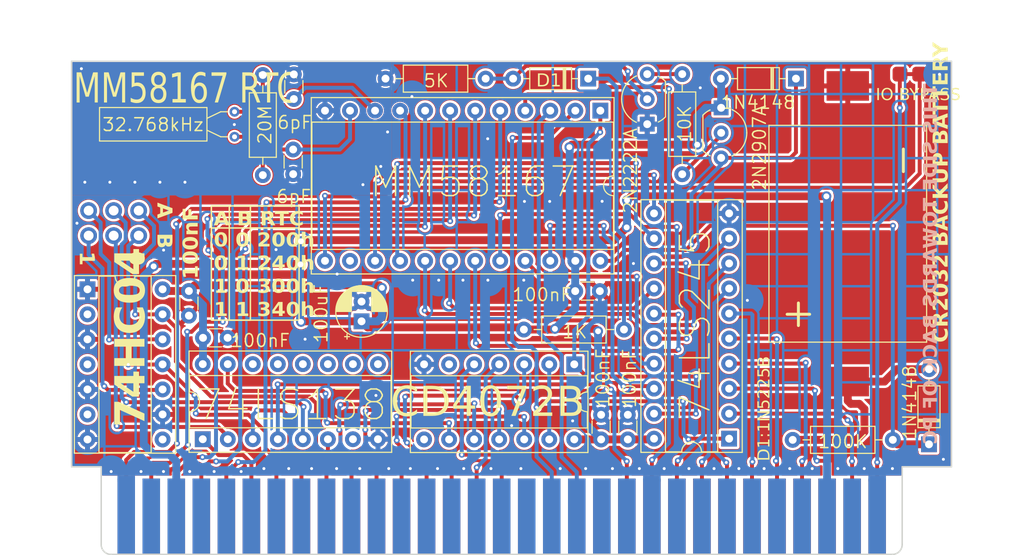
<source format=kicad_pcb>
(kicad_pcb (version 20220914) (generator pcbnew)
  (title_block (title "XT-IDE Deluxe") (date "2019-12-17") (rev "1.0") (company "Monotech PCs"))
  (layers (0 "F.Cu" signal) (31 "B.Cu" signal) (36 "B.SilkS" user "B.Silkscreen") (37 "F.SilkS" user "F.Silkscreen") (38 "B.Mask" user) (39 "F.Mask" user) (44 "Edge.Cuts" user))
  (net 0 "")
  (net 1 "GND")
  (net 2 "VCC")
  (net 3 "/DB0")
  (net 4 "Net-(BT1-+)")
  (net 8 "/D7")
  (net 9 "/D6")
  (net 10 "/D5")
  (net 11 "/D4")
  (net 12 "/D3")
  (net 13 "/D2")
  (net 14 "/D1")
  (net 15 "/D0")
  (net 18 "IOW")
  (net 19 "IOR")
  (net 24 "AEN")
  (net 26 "/A10")
  (net 27 "/A9")
  (net 28 "A8_IN")
  (net 29 "/A7")
  (net 30 "A6_IN")
  (net 31 "/A5")
  (net 32 "/A4")
  (net 33 "/A3")
  (net 34 "/A2")
  (net 35 "/A1")
  (net 36 "/A0")
  (net 37 "/DB1")
  (net 38 "/DB2")
  (net 39 "/DB3")
  (net 40 "/DB4")
  (net 41 "/DB5")
  (net 43 "/DB6")
  (net 44 "/DB7")
  (net 47 "/A15")
  (net 48 "/A14")
  (net 49 "/A13")
  (net 50 "/A12")
  (net 51 "/A11")
  (net 55 "IORDY")
  (net 56 "IO")
  (net 69 "Net-(U4-OSC_IN)")
  (net 70 "Net-(U4-OSC_OUT)")
  (net 71 "Net-(D1-K)")
  (net 72 "Net-(D3-K)")
  (net 73 "Net-(D3-A)")
  (net 74 "A8_OUT")
  (net 75 "Net-(JP1-B)")
  (net 76 "A6_OUT")
  (net 77 "Net-(JP2-B)")
  (net 78 "Net-(Q1-B)")
  (net 79 "Net-(Q2-C)")
  (net 80 "Net-(U1-CE)")
  (net 85 "Net-(U6-Pad13)")
  (net 90 "Net-(U2-O0)")
  (footprint "Ayvi:BUS_AT" (layer "F.Cu") (at 242.3668 111.5325)
    (fp_text reference "BUS1" hide)
    (fp_text value "Bus_ISA_8bit")
  )
  (footprint "Capacitor_THT:C_Disc_D3.0mm_W1.6mm_P2.50mm" (layer "F.Cu") (at 211.7268 88.6976)
    (fp_text reference "C6" hide)
    (fp_text value "100nF")
  )
  (footprint "Diode_THT:D_DO-35_SOD27_P7.62mm_Horizontal" (layer "F.Cu") (at 213.0468 67.1376 180)
    (fp_text reference "D3" hide)
    (fp_text value "1N5225B" hide)
  )
  (footprint "Crystal:Crystal_AT310_D3.0mm_L10.0mm_Horizontal" (layer "F.Cu") (at 177.1568 70.4976 -90)
    (fp_text reference "Y1" hide)
    (fp_text value "32.768kHz")
  )
  (footprint "Capacitor_THT:C_Disc_D3.0mm_W1.6mm_P2.50mm" (layer "F.Cu") (at 172.5268 88.6876 -90)
    (fp_text reference "C8" hide)
    (fp_text value "100nF")
  )
  (footprint "Package_DIP:DIP-20_W7.62mm_Socket" (layer "F.Cu") (at 227.3468 103.6726 180)
    (fp_text reference "U1" hide)
    (fp_text value "74LS245")
  )
  (footprint "Capacitor_THT:C_Disc_D3.0mm_W1.6mm_P2.50mm" (layer "F.Cu") (at 214.3568 103.7476 90)
    (fp_text reference "C4" hide)
    (fp_text value "100nF")
  )
  (footprint "Package_DIP:DIP-14_W7.62mm_Socket" (layer "F.Cu") (at 162.2368 88.5126)
    (fp_text reference "U3" hide)
    (fp_text value "74HC04")
  )
  (footprint "Ayvi:jumper_3" (layer "F.Cu") (at 246.6848 66.6776)
    (fp_text reference "JP3" hide)
    (fp_text value "Jumper_3_Bridged12")
  )
  (footprint "Capacitor_THT:C_Disc_D3.0mm_W1.6mm_P2.50mm" (layer "F.Cu") (at 173.9568 93.4376)
    (fp_text reference "C7" hide)
    (fp_text value "100nF")
  )
  (footprint "Capacitor_THT:CP_Radial_D5.0mm_P2.00mm" (layer "F.Cu") (at 190.0468 91.762713 90)
    (fp_text reference "C3" hide)
    (fp_text value "100uF")
  )
  (footprint "Resistor_THT:R_Axial_DIN0207_L6.3mm_D2.5mm_P10.16mm_Horizontal" (layer "F.Cu") (at 180.0268 66.7676 -90)
    (fp_text reference "R1" hide)
    (fp_text value "20M")
  )
  (footprint "Resistor_THT:R_Axial_DIN0207_L6.3mm_D2.5mm_P10.16mm_Horizontal" (layer "F.Cu") (at 216.6768 92.5976 180)
    (fp_text reference "R4" hide)
    (fp_text value "1K")
  )
  (footprint "Resistor_THT:R_Axial_DIN0207_L6.3mm_D2.5mm_P10.16mm_Horizontal" (layer "F.Cu") (at 243.9568 103.7926 180)
    (fp_text reference "R2" hide)
    (fp_text value "100K")
  )
  (footprint "Connector_PinHeader_2.54mm:PinHeader_1x03_P2.54mm_Vertical" (layer "F.Cu") (at 167.4318 83.0676 -90)
    (fp_text reference "JP2" hide)
    (fp_text value "Jumper_3_Open" hide)
  )
  (footprint "Package_TO_SOT_THT:TO-92_Inline_Wide" (layer "F.Cu") (at 219.0368 71.7576 90)
    (fp_text reference "Q2" hide)
    (fp_text value "2N2222A")
  )
  (footprint "Package_DIP:DIP-14_W7.62mm_Socket" (layer "F.Cu") (at 211.6318 96.1276 -90)
    (fp_text reference "U6" hide)
    (fp_text value "4072" hide)
  )
  (footprint "Capacitor_THT:C_Disc_D3.0mm_W1.6mm_P2.50mm" (layer "F.Cu") (at 183.1068 74.3276 -90)
    (fp_text reference "C2" hide)
    (fp_text value "6pF")
  )
  (footprint "Diode_THT:D_DO-35_SOD27_P7.62mm_Horizontal" (layer "F.Cu") (at 247.6268 104.2426 90)
    (fp_text reference "D1" hide)
    (fp_text value "1N4148")
  )
  (footprint "Capacitor_THT:C_Disc_D3.0mm_W1.6mm_P2.50mm" (layer "F.Cu") (at 217.0668 103.7476 90)
    (fp_text reference "C5" hide)
    (fp_text value "100nF")
  )
  (footprint "Connector_PinHeader_2.54mm:PinHeader_1x03_P2.54mm_Vertical" (layer "F.Cu") (at 167.4318 80.5276 -90)
    (fp_text reference "JP1" hide)
    (fp_text value "Jumper_3_Open" hide)
  )
  (footprint "Resistor_THT:R_Axial_DIN0207_L6.3mm_D2.5mm_P10.16mm_Horizontal" (layer "F.Cu") (at 192.4768 67.1376)
    (fp_text reference "R5" hide)
    (fp_text value "5K")
  )
  (footprint "Capacitor_THT:C_Disc_D3.0mm_W1.6mm_P2.50mm" (layer "F.Cu") (at 183.1768 69.2076 90)
    (fp_text reference "C1" hide)
    (fp_text value "6pF")
  )
  (footprint "Ayvi:Rainpro CR2032" (layer "F.Cu") (at 239.3868 82.8776 90)
    (fp_text reference "BT1" hide)
    (fp_text value "Battery" hide)
  )
  (footprint "Package_DIP:DIP-16_W7.62mm_Socket" (layer "F.Cu") (at 173.9318 103.7276 90)
    (fp_text reference "U2" hide)
    (fp_text value "74LS138")
  )
  (footprint "Diode_THT:D_DO-35_SOD27_P7.62mm_Horizontal" (layer "F.Cu") (at 234.1268 67.1376 180)
    (fp_text reference "D2" hide)
    (fp_text value "1N4148")
  )
  (footprint "Package_DIP:DIP-24_W15.24mm_Socket" (layer "F.Cu") (at 214.2768 70.3876 -90)
    (fp_text reference "U4" hide)
    (fp_text value "MM58167")
  )
  (footprint "Resistor_THT:R_Axial_DIN0207_L6.3mm_D2.5mm_P10.16mm_Horizontal" (layer "F.Cu") (at 222.5868 66.6776 -90)
    (fp_text reference "R3" hide)
    (fp_text value "10K")
  )
  (footprint "Package_TO_SOT_THT:TO-92_Inline_Wide" (layer "F.Cu") (at 226.5368 70.0976 -90)
    (fp_text reference "Q1" hide)
    (fp_text value "2N2907A")
  )
  (gr_line (start 176.6268 80.0626) (end 176.6268 91.6426) (stroke (width 0.15)) (layer "F.SilkS"))
  (gr_line (start 174.8068 82.2926) (end 183.7068 82.2926) (stroke (width 0.15)) (layer "F.SilkS"))
  (gr_line (start 176.6268 91.6426) (end 178.7668 91.6426) (stroke (width 0.15)) (layer "F.SilkS"))
  (gr_rect (start 174.8068 80.0526) (end 183.7068 91.6426) (stroke (width 0.15)) (fill none) (layer "F.SilkS"))
  (gr_line (start 178.7668 91.6426) (end 178.7668 80.0526) (stroke (width 0.15)) (layer "F.SilkS"))
  (gr_line (start 244.9068 114.4176) (end 244.9068 106.5276) (stroke (width 0.15)) (layer "Edge.Cuts"))
  (gr_line (start 160.6268 106.5276) (end 160.6268 65.3776) (stroke (width 0.15)) (layer "Edge.Cuts"))
  (gr_line (start 163.6268 114.417551) (end 163.6268 106.5276) (stroke (width 0.15)) (layer "Edge.Cuts"))
  (gr_arc (start 164.626849 115.4176) (mid 163.919708 115.124692) (end 163.6268 114.417551) (stroke (width 0.15)) (layer "Edge.Cuts"))
  (gr_line (start 243.906751 115.417649) (end 164.626849 115.4176) (stroke (width 0.15)) (layer "Edge.Cuts"))
  (gr_line (start 249.9068 106.5276) (end 249.9068 65.3776) (stroke (width 0.15)) (layer "Edge.Cuts"))
  (gr_line (start 249.9068 65.3776) (end 160.6268 65.3776) (stroke (width 0.15)) (layer "Edge.Cuts"))
  (gr_line (start 163.6268 106.5276) (end 160.6268 106.5276) (stroke (width 0.15)) (layer "Edge.Cuts"))
  (gr_line (start 244.9068 106.5276) (end 249.9068 106.5276) (stroke (width 0.15)) (layer "Edge.Cuts"))
  (gr_arc (start 244.9068 114.4176) (mid 244.613892 115.124741) (end 243.906751 115.417649) (stroke (width 0.15)) (layer "Edge.Cuts"))
  (gr_text "THIS SIDE TOWARDS BACK OF PC" (at 248.6768 67.6476 90) (layer "B.SilkS") (effects (font (size 1.4 1.4) (thickness 0.3) bold) (justify left bottom mirror)))
  (gr_text "D1:1N5225B" (at 230.9368 100.6276 90) (layer "F.SilkS") (effects (font (size 1.2 1.2))))
  (gr_text "74HC04" (at 168.5268 102.5176 90) (layer "F.SilkS") (effects (font (size 3 3) (thickness 0.3) bold) (justify left bottom)))
  (gr_text "A B RTC" (at 175.0368 82.2626) (layer "F.SilkS") (effects (font (size 1.4 1.5) (thickness 0.3) bold) (justify left bottom)))
  (gr_text "0 0 200h\n0 1 240h\n1 0 300h\n1 1 340h" (at 175.0468 91.4626) (layer "F.SilkS") (effects (font (size 1.4 1.5) (thickness 0.3) bold) (justify left bottom)))
  (gr_text "A  B" (at 169.0768 79.7076 270) (layer "F.SilkS") (effects (font (size 1.5 1.5) (thickness 0.3) bold) (justify left bottom)))
  (gr_text "CD4072B" (at 202.8368 100.1176) (layer "F.SilkS") (effects (font (size 3 3))))
  (gr_text "D1" (at 209.0468 67.3876) (layer "F.SilkS") (effects (font (size 1.3 1.3))))
  (gr_text "100nF" (at 173.6768 87.4876 90) (layer "F.SilkS") (effects (font (size 1.5 1.5) (thickness 0.3) bold) (justify left bottom)))
  (gr_text "CR2032 BACKUP BATTERY" (at 249.7768 93.9276 90) (layer "F.SilkS") (effects (font (size 1.5 1.5) (thickness 0.3) bold) (justify left bottom)))
  (gr_text "0\n\n1" (at 161.2018 84.6576 270) (layer "F.SilkS") (effects (font (size 1.5 1.5) (thickness 0.3) bold) (justify left bottom)))
  (gr_text "IO BYPASS" (at 242.2168 69.5176) (layer "F.SilkS") (effects (font (size 1.2 1.2) (thickness 0.125)) (justify left bottom)))
  (gr_text "MM58167 RTC" (at 160.8168 70.0676) (layer "F.SilkS") (effects (font (size 3 2.3) (thickness 0.5)) (justify left bottom)))
  (via (at 184.3168 93.5776) (size 0.6) (drill 0.3) (layers "F.Cu" "B.Cu") (net 1))
  (via (at 197.7568 106.7076) (size 0.6) (drill 0.3) (layers "F.Cu" "B.Cu") (net 1))
  (via (at 212.7868 106.7076) (size 0.6) (drill 0.3) (layers "F.Cu" "B.Cu") (net 1))
  (via (at 202.8668 87.5876) (size 0.6) (drill 0.3) (layers "F.Cu" "B.Cu") (net 1))
  (via (at 161.6168 66.1276) (size 0.6) (drill 0.3) (layers "F.Cu" "B.Cu") (net 1))
  (via (at 238.3768 106.7076) (size 0.6) (drill 0.3) (layers "F.Cu" "B.Cu") (net 1))
  (via (at 217.6368 85.8976) (size 0.6) (drill 0.3) (layers "F.Cu" "B.Cu") (net 1))
  (via (at 241.0568 106.7076) (size 0.6) (drill 0.3) (layers "F.Cu" "B.Cu") (net 1))
  (via (at 191.5068 99.2876) (size 0.6) (drill 0.3) (layers "F.Cu" "B.Cu") (net 1))
  (via (at 235.7768 106.7076) (size 0.6) (drill 0.3) (layers "F.Cu" "B.Cu") (net 1))
  (via (at 172.1268 77.6476) (size 0.6) (drill 0.3) (layers "F.Cu" "B.Cu") (net 1))
  (via (at 218.2368 106.7076) (size 0.6) (drill 0.3) (layers "F.Cu" "B.Cu") (net 1))
  (via (at 230.8968 106.7076) (size 0.6) (drill 0.3) (layers "F.Cu" "B.Cu") (net 1))
  (via (at 194.9968 106.7076) (size 0.6) (drill 0.3) (layers "F.Cu" "B.Cu") (net 1))
  (via (at 195.1568 68.9576) (size 0.6) (drill 0.3) (layers "F.Cu" "B.Cu") (net 1))
  (via (at 187.5168 106.7076) (size 0.6) (drill 0.3) (layers "F.Cu" "B.Cu") (net 1))
  (via (at 223.2668 106.7076) (size 0.6) (drill 0.3) (layers "F.Cu" "B.Cu") (net 1))
  (via (at 200.4168 106.7076) (size 0.6) (drill 0.3) (layers "F.Cu" "B.Cu") (net 1))
  (via (at 205.2768 102.3476) (size 0.6) (drill 0.3) (layers "F.Cu" "B.Cu") (net 1))
  (via (at 184.9768 106.7076) (size 0.6) (drill 0.3) (layers "F.Cu" "B.Cu") (net 1))
  (via (at 229.1968 89.6376) (size 0.6) (drill 0.3) (layers "F.Cu" "B.Cu") (net 1))
  (via (at 182.6568 106.7076) (size 0.6) (drill 0.3) (layers "F.Cu" "B.Cu") (net 1))
  (via (at 243.9168 106.7076) (size 0.6) (drill 0.3) (layers "F.Cu" "B.Cu") (net 1))
  (via (at 167.6668 107.0076) (size 0.6) (drill 0.3) (layers "F.Cu" "B.Cu") (net 1))
  (via (at 164.6368 107.0076) (size 0.6) (drill 0.3) (layers "F.Cu" "B.Cu") (net 1))
  (via (at 214.4568 79.5876) (size 0.6) (drill 0.3) (layers "F.Cu" "B.Cu") (net 1))
  (via (at 192.6868 72.5476) (size 0.6) (drill 0.3) (layers "F.Cu" "B.Cu") (net 1))
  (via (at 187.5668 86.9676) (size 0.6) (drill 0.3) (layers "F.Cu" "B.Cu") (net 1))
  (via (at 161.1668 81.8076) (size 0.6) (drill 0.3) (layers "F.Cu" "B.Cu") (net 1))
  (via (at 190.1868 77.8976) (size 0.6) (drill 0.3) (layers "F.Cu" "B.Cu") (net 1))
  (via (at 228.3368 106.7076) (size 0.6) (drill 0.3) (layers "F.Cu" "B.Cu") (net 1))
  (via (at 224.4168 68.0676) (size 0.6) (drill 0.3) (layers "F.Cu" "B.Cu") (net 1))
  (via (at 192.8068 106.7076) (size 0.6) (drill 0.3) (layers "F.Cu" "B.Cu") (net 1))
  (via (at 211.4668 101.8676) (size 0.6) (drill 0.3) (layers "F.Cu" "B.Cu") (net 1))
  (via (at 167.0468 77.6476) (size 0.6) (drill 0.3) (layers "F.Cu" "B.Cu") (net 1))
  (via (at 215.5068 106.7076) (size 0.6) (drill 0.3) (layers "F.Cu" "B.Cu") (net 1))
  (via (at 210.2068 106.7076) (size 0.6) (drill 0.3) (layers "F.Cu" "B.Cu") (net 1))
  (via (at 161.9668 77.6476) (size 0.6) (drill 0.3) (layers "F.Cu" "B.Cu") (net 1))
  (via (at 172.6068 107.0076) (size 0.6) (drill 0.3) (layers "F.Cu" "B.Cu") (net 1))
  (via (at 203.1768 106.7076) (size 0.6) (drill 0.3) (layers "F.Cu" "B.Cu") (net 1))
  (via (at 169.9568 84.5376) (size 0.6) (drill 0.3) (layers "F.Cu" "B.Cu") (net 1))
  (via (at 197.8768 87.5876) (size 0.6) (drill 0.3) (layers "F.Cu" "B.Cu") (net 1))
  (via (at 206.2168 106.7076) (size 0.6) (drill 0.3) (layers "F.Cu" "B.Cu") (net 1))
  (via (at 177.1368 71.7976) (size 0.6) (drill 0.3) (layers "F.Cu" "B.Cu") (net 1))
  (via (at 248.6968 66.6976) (size 0.6) (drill 0.3) (layers "F.Cu" "B.Cu") (net 1))
  (via (at 180.1368 106.7076) (size 0.6) (drill 0.3) (layers "F.Cu" "B.Cu") (net 1))
  (via (at 220.7568 106.7076) (size 0.6) (drill 0.3) (layers "F.Cu" "B.Cu") (net 1))
  (via (at 191.9968 76.0476) (size 0.6) (drill 0.3) (layers "F.Cu" "B.Cu") (net 1))
  (via (at 233.4968 106.7076) (size 0.6) (drill 0.3) (layers "F.Cu" "B.Cu") (net 1))
  (via (at 175.0868 107.0076) (size 0.6) (drill 0.3) (layers "F.Cu" "B.Cu") (net 1))
  (via (at 177.8268 107.0076) (size 0.6) (drill 0.3) (layers "F.Cu" "B.Cu") (net 1))
  (via (at 206.5068 87.5876) (size 0.6) (drill 0.3) (layers "F.Cu" "B.Cu") (net 1))
  (via (at 202.8468 73.2376) (size 0.6) (drill 0.3) (layers "F.Cu" "B.Cu") (net 1))
  (via (at 181.3668 84.4876) (size 0.6) (drill 0.3) (layers "F.Cu" "B.Cu") (net 1))
  (via (at 225.8168 106.7076) (size 0.6) (drill 0.3) (layers "F.Cu" "B.Cu") (net 1))
  (via (at 164.5068 77.6476) (size 0.6) (drill 0.3) (layers "F.Cu" "B.Cu") (net 1))
  (via (at 189.8668 106.7076) (size 0.6) (drill 0.3) (layers "F.Cu" "B.Cu") (net 1))
  (via (at 209.1368 79.5976) (size 0.6) (drill 0.3) (layers "F.Cu" "B.Cu") (net 1))
  (via (at 249.0868 105.7676) (size 0.6) (drill 0.3) (layers "F.Cu" "B.Cu") (net 1))
  (via (at 169.9468 107.0076) (size 0.6) (drill 0.3) (layers "F.Cu" "B.Cu") (net 1))
  (via (at 195.2368 87.5876) (size 0.6) (drill 0.3) (layers "F.Cu" "B.Cu") (net 1))
  (via (at 169.5868 77.6476) (size 0.6) (drill 0.3) (layers "F.Cu" "B.Cu") (net 1))
  (via (at 206.5768 79.5976) (size 0.6) (drill 0.3) (layers "F.Cu" "B.Cu") (net 1))
  (via (at 200.3368 87.5876) (size 0.6) (drill 0.3) (layers "F.Cu" "B.Cu") (net 1))
  (segment (start 212.8968 94.8576) (end 212.9668 94.9276) (width 0.4) (layer "B.Cu") (net 1))
  (segment (start 213.0368 97.0176) (end 213.0368 97.6176) (width 0.4) (layer "B.Cu") (net 1))
  (segment (start 212.0368 98.6176) (end 211.4668 99.1876) (width 0.4) (layer "B.Cu") (net 1))
  (segment (start 213.0368 97.6176) (end 212.0368 98.6176) (width 0.4) (layer "B.Cu") (net 1))
  (segment (start 214.2268 88.6976) (end 214.2268 90.2176) (width 0.4) (layer "B.Cu") (net 1))
  (segment (start 213.2968 92.0376) (end 212.8968 92.4376) (width 0.4) (layer "B.Cu") (net 1))
  (segment (start 214.2168 91.1176) (end 213.2968 92.0376) (width 0.4) (layer "B.Cu") (net 1))
  (segment (start 211.4668 99.1876) (end 211.4668 101.8676) (width 0.4) (layer "B.Cu") (net 1))
  (segment (start 213.0368 94.9976) (end 213.0368 97.0176) (width 0.4) (layer "B.Cu") (net 1))
  (segment (start 212.8968 94.0476) (end 212.8968 94.8576) (width 0.4) (layer "B.Cu") (net 1))
  (segment (start 214.2168 90.2276) (end 214.2168 91.1176) (width 0.4) (layer "B.Cu") (net 1))
  (segment (start 212.9668 94.9276) (end 213.0368 94.9976) (width 0.4) (layer "B.Cu") (net 1))
  (segment (start 214.2268 90.2176) (end 214.2168 90.2276) (width 0.4) (layer "B.Cu") (net 1))
  (segment (start 212.8968 92.4376) (end 212.8968 94.0476) (width 0.4) (layer "B.Cu") (net 1))
  (segment (start 237.2168 79.0776) (end 217.3968 79.0776) (width 0.8) (layer "F.Cu") (net 2))
  (segment (start 168.9468 86.1876) (end 169.1968 85.9376) (width 0.8) (layer "F.Cu") (net 2))
  (segment (start 192.1168 88.3676) (end 191.8568 88.1076) (width 0.8) (layer "F.Cu") (net 2))
  (segment (start 190.661687 92.3776) (end 206.2968 92.3776) (width 0.8) (layer "F.Cu") (net 2))
  (segment (start 173.1068 88.1076) (end 172.5268 88.6876) (width 0.8) (layer "F.Cu") (net 2))
  (segment (start 211.38663 73.83777) (end 211.1368 74.0876) (width 0.8) (layer "F.Cu") (net 2))
  (segment (start 184.0068 83.5276) (end 183.8968 83.6376) (width 0.8) (layer "F.Cu") (net 2))
  (segment (start 172.5268 88.6876) (end 169.8618 88.6876) (width 0.8) (layer "F.Cu") (net 2))
  (segment (start 206.2968 92.3776) (end 206.5168 92.5976) (width 0.8) (layer "F.Cu") (net 2))
  (segment (start 183.7968 85.9376) (end 183.8468 85.9876) (width 0.8) (layer "F.Cu") (net 2))
  (segment (start 224.10697 73.83777) (end 211.38663 73.83777) (width 0.8) (layer "F.Cu") (net 2))
  (segment (start 169.1968 85.9376) (end 183.7968 85.9376) (width 0.8) (layer "F.Cu") (net 2))
  (segment (start 215.6568 83.5276) (end 184.0068 83.5276) (width 0.8) (layer "F.Cu") (net 2))
  (segment (start 214.3568 103.7476) (end 217.0668 103.7476) (width 0.8) (layer "F.Cu") (net 2))
  (segment (start 216.95163 82.23277) (end 215.6568 83.5276) (width 0.8) (layer "F.Cu") (net 2))
  (segment (start 191.8568 88.1076) (end 173.1068 88.1076) (width 0.8) (layer "F.Cu") (net 2))
  (segment (start 219.6518 103.7476) (end 219.7268 103.6726) (width 0.8) (layer "F.Cu") (net 2))
  (segment (start 209.5968 92.5976) (end 209.6668 92.5276) (width 0.8) (layer "F.Cu") (net 2))
  (segment (start 214.3568 103.7476) (end 211.6318 103.7476) (width 0.8) (layer "F.Cu") (net 2))
  (segment (start 209.6668 92.5276) (end 213.8068 92.5276) (width 0.8) (layer "F.Cu") (net 2))
  (segment (start 217.0668 103.7476) (end 219.6518 103.7476) (width 0.8) (layer "F.Cu") (net 2))
  (segment (start 183.961687 91.762713) (end 183.9068 91.8176) (width 0.8) (layer "F.Cu") (net 2))
  (segment (start 213.8068 92.5276) (end 214.0468 92.7676) (width 0.8) (layer "F.Cu") (net 2))
  (segment (start 206.5168 92.5976) (end 209.5968 92.5976) (width 0.8) (layer "F.Cu") (net 2))
  (segment (start 190.0468 91.762713) (end 183.961687 91.762713) (width 0.8) (layer "F.Cu") (net 2))
  (segment (start 190.0468 91.762713) (end 190.661687 92.3776) (width 0.8) (layer "F.Cu") (net 2))
  (segment (start 217.3968 79.0776) (end 216.9868 79.4876) (width 0.8) (layer "F.Cu") (net 2))
  (via (at 211.1368 74.0876) (size 1) (drill 0.6) (layers "F.Cu" "B.Cu") (net 2))
  (via (at 214.0468 92.7676) (size 1) (drill 0.6) (layers "F.Cu" "B.Cu") (net 2))
  (via (at 216.9868 79.4876) (size 1) (drill 0.6) (layers "F.Cu" "B.Cu") (net 2))
  (via (at 224.10697 73.83777) (size 1) (drill 0.6) (layers "F.Cu" "B.Cu") (net 2))
  (via (at 183.8968 83.6376) (size 1) (drill 0.6) (layers "F.Cu" "B.Cu") (net 2))
  (via (at 216.95163 82.23277) (size 1) (drill 0.6) (layers "F.Cu" "B.Cu") (net 2))
  (via (at 237.2168 79.0776) (size 1) (drill 0.6) (layers "F.Cu" "B.Cu") (net 2))
  (via (at 183.8468 85.9876) (size 1) (drill 0.6) (layers "F.Cu" "B.Cu") (net 2))
  (via (at 192.1168 88.3676) (size 1) (drill 0.6) (layers "F.Cu" "B.Cu") (net 2))
  (via (at 209.6668 92.5276) (size 1) (drill 0.6) (layers "F.Cu" "B.Cu") (net 2))
  (via (at 183.9068 91.8176) (size 1) (drill 0.6) (layers "F.Cu" "B.Cu") (net 2))
  (via (at 168.9468 86.1876) (size 1) (drill 0.6) (layers "F.Cu" "B.Cu") (net 2))
  (segment (start 211.7368 85.6276) (end 211.1668 85.0576) (width 0.8) (layer "B.Cu") (net 2))
  (segment (start 170.5568 105.2876) (end 168.9568 105.2876) (width 0.8) (layer "B.Cu") (net 2))
  (segment (start 224.10697 70.97743) (end 224.10697 73.83777) (width 0.8) (layer "B.Cu") (net 2))
  (segment (start 183.8468 85.9876) (end 183.8468 83.6876) (width 0.8) (layer "B.Cu") (net 2))
  (segment (start 183.8068 91.7176) (end 183.9068 91.8176) (width 0.8) (layer "B.Cu") (net 2))
  (segment (start 211.7268 88.6976) (end 211.7268 90.4676) (width 0.8) (layer "B.Cu") (net 2))
  (segment (start 226.5368 70.0976) (end 224.9868 70.0976) (width 0.8) (layer "B.Cu") (net 2))
  (segment (start 168.9568 105.2876) (end 167.9468 104.2776) (width 0.8) (layer "B.Cu") (net 2))
  (segment (start 211.7268 85.6376) (end 211.7368 85.6276) (width 0.8) (layer "B.Cu") (net 2))
  (segment (start 171.2468 105.9776) (end 170.5568 105.2876) (width 0.8) (layer "B.Cu") (net 2))
  (segment (start 191.671687 91.762713) (end 190.0468 91.762713) (width 0.8) (layer "B.Cu") (net 2))
  (segment (start 167.9468 87.1876) (end 168.9468 86.1876) (width 0.8) (layer "B.Cu") (net 2))
  (segment (start 226.5368 70.0976) (end 226.5368 67.1676) (width 0.8) (layer "B.Cu") (net 2))
  (segment (start 183.8468 85.9876) (end 183.8068 86.0276) (width 0.8) (layer "B.Cu") (net 2))
  (segment (start 216.9868 82.1976) (end 216.9868 79.4876) (width 0.8) (layer "B.Cu") (net 2))
  (segment (start 192.1168 88.3676) (end 192.1168 91.3176) (width 0.8) (layer "B.Cu") (net 2))
  (segment (start 237.2868 79.1476) (end 237.2168 79.0776) (width 0.8) (layer "B.Cu") (net 2))
  (segment (start 211.1668 74.1176) (end 211.1368 74.0876) (width 0.8) (layer "B.Cu") (net 2))
  (segment (start 173.9568 93.4376) (end 173.9568 96.0826) (width 0.8) (layer "B.Cu") (net 2))
  (segment (start 226.5368 67.1676) (end 226.5068 67.1376) (width 0.8) (layer "B.Cu") (net 2))
  (segment (start 173.9568 90.1176) (end 172.5268 88.6876) (width 0.8) (layer "B.Cu") (net 2))
  (segment (start 216.95163 82.23277) (end 216.9868 82.1976) (width 0.8) (layer "B.Cu") (net 2))
  (segment (start 171.2468 111.5325) (end 171.2468 105.9776) (width 0.8) (layer "B.Cu") (net 2))
  (segment (start 211.7268 90.4676) (end 209.6668 92.5276) (width 0.8) (layer "B.Cu") (net 2))
  (segment (start 173.9568 96.0826) (end 173.9318 96.1076) (width 0.8) (layer "B.Cu") (net 2))
  (segment (start 212.7468 102.1376) (end 212.7468 99.4276) (width 0.8) (layer "B.Cu") (net 2))
  (segment (start 183.8468 83.6876) (end 183.8968 83.6376) (width 0.8) (layer "B.Cu") (net 2))
  (segment (start 167.9468 104.2776) (end 167.9468 87.1876) (width 0.8) (layer "B.Cu") (net 2))
  (segment (start 237.2868 111.5325) (end 237.2868 79.1476) (width 0.8) (layer "B.Cu") (net 2))
  (segment (start 183.8068 86.0276) (end 183.8068 91.7176) (width 0.8) (layer "B.Cu") (net 2))
  (segment (start 214.0468 98.1276) (end 214.0468 92.7676) (width 0.8) (layer "B.Cu") (net 2))
  (segment (start 211.7268 88.6976) (end 211.7268 85.6376) (width 0.8) (layer "B.Cu") (net 2))
  (segment (start 212.7468 99.4276) (end 214.0468 98.1276) (width 0.8) (layer "B.Cu") (net 2))
  (segment (start 192.1168 91.3176) (end 191.671687 91.762713) (width 0.8) (layer "B.Cu") (net 2))
  (segment (start 224.9868 70.0976) (end 224.10697 70.97743) (width 0.8) (layer "B.Cu") (net 2))
  (segment (start 173.9568 93.4376) (end 173.9568 90.1176) (width 0.8) (layer "B.Cu") (net 2))
  (segment (start 214.3568 103.7476) (end 212.7468 102.1376) (width 0.8) (layer "B.Cu") (net 2))
  (segment (start 211.1668 85.0576) (end 211.1668 74.1176) (width 0.8) (layer "B.Cu") (net 2))
  (segment (start 192.2968 76.9076) (end 219.6868 76.9076) (width 0.4) (layer "F.Cu") (net 3))
  (segment (start 219.6868 76.9076) (end 219.7168 76.9376) (width 0.4) (layer "F.Cu") (net 3))
  (segment (start 191.7368 77.4676) (end 192.2968 76.9076) (width 0.4) (layer "F.Cu") (net 3))
  (via (at 219.7168 76.9376) (size 0.6) (drill 0.3) (layers "F.Cu" "B.Cu") (net 3))
  (via (at 191.7368 77.4676) (size 0.6) (drill 0.3) (layers "F.Cu" "B.Cu") (net 3))
  (segment (start 219.7268 80.8126) (end 219.7268 76.9476) (width 0.4) (layer "B.Cu") (net 3))
  (segment (start 191.4168 77.7876) (end 191.7368 77.4676) (width 0.4) (layer "B.Cu") (net 3))
  (segment (start 219.7268 76.9476) (end 219.7168 76.9376) (width 0.4) (layer "B.Cu") (net 3))
  (segment (start 191.4168 85.6276) (end 191.4168 77.7876) (width 0.4) (layer "B.Cu") (net 3))
  (segment (start 244.3618 96.6226) (end 243.1068 97.8776) (width 0.8) (layer "F.Cu") (net 4))
  (segment (start 240.2618 103.7926) (end 233.7968 103.7926) (width 0.8) (layer "F.Cu") (net 4))
  (segment (start 239.3868 97.8776) (end 239.3868 99.8276) (width 0.8) (layer "F.Cu") (net 4))
  (segment (start 241.0768 102.9776) (end 240.2618 103.7926) (width 0.8) (layer "F.Cu") (net 4))
  (segment (start 239.6968 100.1376) (end 240.5568 100.1376) (width 0.8) (layer "F.Cu") (net 4))
  (segment (start 241.0768 100.6576) (end 241.0768 102.9776) (width 0.8) (layer "F.Cu") (net 4))
  (segment (start 239.3868 99.8276) (end 239.6968 100.1376) (width 0.8) (layer "F.Cu") (net 4))
  (segment (start 240.5568 100.1376) (end 241.0768 100.6576) (width 0.8) (layer "F.Cu") (net 4))
  (segment (start 243.1068 97.8776) (end 239.3868 97.8776) (width 0.8) (layer "F.Cu") (net 4))
  (segment (start 247.6268 96.6226) (end 244.3618 96.6226) (width 0.8) (layer "F.Cu") (net 4))
  (segment (start 239.8268 111.5325) (end 239.8268 105.9676) (width 0.4) (layer "F.Cu") (net 8))
  (segment (start 239.8268 105.9676) (end 239.8168 105.9576) (width 0.4) (layer "F.Cu") (net 8))
  (segment (start 227.3468 101.1326) (end 238.7018 101.1326) (width 0.4) (layer "F.Cu") (net 8))
  (segment (start 238.7018 101.1326) (end 239.3668 101.7976) (width 0.4) (layer "F.Cu") (net 8))
  (via (at 239.3668 101.7976) (size 0.6) (drill 0.3) (layers "F.Cu" "B.Cu") (net 8))
  (via (at 239.8168 105.9576) (size 0.6) (drill 0.3) (layers "F.Cu" "B.Cu") (net 8))
  (segment (start 239.8168 105.9576) (end 239.8168 102.2476) (width 0.4) (layer "B.Cu") (net 8))
  (segment (start 239.8168 102.2476) (end 239.3668 101.7976) (width 0.4) (layer "B.Cu") (net 8))
  (segment (start 235.8418 98.5926) (end 227.3468 98.5926) (width 0.4) (layer "F.Cu") (net 9))
  (segment (start 236.9568 105.9176) (end 236.2468 105.9176) (width 0.4) (layer "F.Cu") (net 9))
  (segment (start 237.2868 106.2476) (end 236.9568 105.9176) (width 0.4) (layer "F.Cu") (net 9))
  (segment (start 236.0568 98.8076) (end 235.8418 98.5926) (width 0.4) (layer "F.Cu") (net 9))
  (segment (start 237.2868 111.5325) (end 237.2868 106.2476) (width 0.4) (layer "F.Cu") (net 9))
  (via (at 236.0568 98.8076) (size 0.6) (drill 0.3) (layers "F.Cu" "B.Cu") (net 9))
  (via (at 236.2468 105.9176) (size 0.6) (drill 0.3) (layers "F.Cu" "B.Cu") (net 9))
  (segment (start 236.0568 105.7276) (end 236.2468 105.9176) (width 0.4) (layer "B.Cu") (net 9))
  (segment (start 236.0568 98.8076) (end 236.0568 105.7276) (width 0.4) (layer "B.Cu") (net 9))
  (segment (start 235.0318 96.0526) (end 227.3468 96.0526) (width 0.4) (layer "F.Cu") (net 10))
  (segment (start 235.1168 95.9676) (end 235.0318 96.0526) (width 0.4) (layer "F.Cu") (net 10))
  (segment (start 234.7468 111.5325) (end 234.7468 105.9676) (width 0.4) (layer "F.Cu") (net 10))
  (segment (start 234.7468 105.9676) (end 234.7568 105.9576) (width 0.4) (layer "F.Cu") (net 10))
  (via (at 234.7568 105.9576) (size 0.6) (drill 0.3) (layers "F.Cu" "B.Cu") (net 10))
  (via (at 235.1168 95.9676) (size 0.6) (drill 0.3) (layers "F.Cu" "B.Cu") (net 10))
  (segment (start 235.1168 95.9676) (end 235.1168 105.5976) (width 0.4) (layer "B.Cu") (net 10))
  (segment (start 235.1168 105.5976) (end 234.7568 105.9576) (width 0.4) (layer "B.Cu") (net 10))
  (segment (start 232.1768 93.5776) (end 232.1118 93.5126) (width 0.4) (layer "F.Cu") (net 11))
  (segment (start 232.2068 106.0376) (end 232.0968 105.9276) (width 0.4) (layer "F.Cu") (net 11))
  (segment (start 232.1118 93.5126) (end 227.3468 93.5126) (width 0.4) (layer "F.Cu") (net 11))
  (segment (start 232.2068 111.5325) (end 232.2068 106.0376) (width 0.4) (layer "F.Cu") (net 11))
  (via (at 232.1768 93.5776) (size 0.6) (drill 0.3) (layers "F.Cu" "B.Cu") (net 11))
  (via (at 232.0968 105.9276) (size 0.6) (drill 0.3) (layers "F.Cu" "B.Cu") (net 11))
  (segment (start 232.2068 105.8176) (end 232.0968 105.9276) (width 0.4) (layer "B.Cu") (net 11))
  (segment (start 232.2068 93.6076) (end 232.2068 105.8176) (width 0.4) (layer "B.Cu") (net 11))
  (segment (start 232.1768 93.5776) (end 232.2068 93.6076) (width 0.4) (layer "B.Cu") (net 11))
  (segment (start 229.6668 106.0576) (end 229.7068 106.0176) (width 0.4) (layer "F.Cu") (net 12))
  (segment (start 229.6668 111.5325) (end 229.6668 106.0576) (width 0.4) (layer "F.Cu") (net 12))
  (via (at 229.7068 106.0176) (size 0.6) (drill 0.3) (layers "F.Cu" "B.Cu") (net 12))
  (segment (start 229.5718 90.9726) (end 227.3468 90.9726) (width 0.4) (layer "B.Cu") (net 12))
  (segment (start 229.7068 91.1076) (end 229.5718 90.9726) (width 0.4) (layer "B.Cu") (net 12))
  (segment (start 229.7068 91.1076) (end 229.7068 106.0176) (width 0.4) (layer "B.Cu") (net 12))
  (segment (start 227.1268 111.5325) (end 227.1268 106.1576) (width 0.4) (layer "F.Cu") (net 13))
  (segment (start 227.1268 106.1576) (end 227.0568 106.0876) (width 0.4) (layer "F.Cu") (net 13))
  (via (at 227.0568 106.0876) (size 0.6) (drill 0.3) (layers "F.Cu" "B.Cu") (net 13))
  (segment (start 225.845802 104.876602) (end 227.0568 106.0876) (width 0.4) (layer "B.Cu") (net 13))
  (segment (start 225.845802 89.933598) (end 225.845802 104.876602) (width 0.4) (layer "B.Cu") (net 13))
  (segment (start 227.3468 88.4326) (end 225.845802 89.933598) (width 0.4) (layer "B.Cu") (net 13))
  (segment (start 224.5868 111.5325) (end 224.5868 106.0076) (width 0.4) (layer "F.Cu") (net 14))
  (via (at 224.5868 106.0076) (size 0.6) (drill 0.3) (layers "F.Cu" "B.Cu") (net 14))
  (segment (start 225.276301 87.963099) (end 225.276301 105.318099) (width 0.4) (layer "B.Cu") (net 14))
  (segment (start 225.276301 105.318099) (end 224.5868 106.0076) (width 0.4) (layer "B.Cu") (net 14))
  (segment (start 227.3468 85.8926) (end 225.276301 87.963099) (width 0.4) (layer "B.Cu") (net 14))
  (segment (start 222.0468 111.5325) (end 222.0468 105.9976) (width 0.4) (layer "F.Cu") (net 15))
  (segment (start 222.0468 105.9976) (end 222.1468 105.8976) (width 0.4) (layer "F.Cu") (net 15))
  (via (at 222.1468 105.8976) (size 0.6) (drill 0.3) (layers "F.Cu" "B.Cu") (net 15))
  (segment (start 224.7068 103.3376) (end 222.1468 105.8976) (width 0.4) (layer "B.Cu") (net 15))
  (segment (start 227.3468 83.3526) (end 224.7068 85.9926) (width 0.4) (layer "B.Cu") (net 15))
  (segment (start 224.7068 85.9926) (end 224.7068 103.3376) (width 0.4) (layer "B.Cu") (net 15))
  (segment (start 208.0268 71.5576) (end 209.1968 70.3876) (width 0.4) (layer "B.Cu") (net 18))
  (segment (start 210.3468 95.1976) (end 208.0268 92.8776) (width 0.4) (layer "B.Cu") (net 18))
  (segment (start 211.8868 111.5325) (end 211.8868 107.0776) (width 0.4) (layer "B.Cu") (net 18))
  (segment (start 208.0268 92.8776) (end 208.0268 71.5576) (width 0.4) (layer "B.Cu") (net 18))
  (segment (start 210.3468 105.5376) (end 210.3468 95.1976) (width 0.4) (layer "B.Cu") (net 18))
  (segment (start 211.8868 107.0776) (end 210.3468 105.5376) (width 0.4) (layer "B.Cu") (net 18))
  (segment (start 223.2818 103.6726) (end 227.3468 103.6726) (width 0.4) (layer "F.Cu") (net 19))
  (segment (start 211.7368 70.3876) (end 208.9768 73.1476) (width 0.4) (layer "F.Cu") (net 19))
  (segment (start 223.2168 103.7376) (end 223.2818 103.6726) (width 0.4) (layer "F.Cu") (net 19))
  (segment (start 207.8068 100.4876) (end 208.4168 99.8776) (width 0.4) (layer "F.Cu") (net 19))
  (segment (start 208.4168 99.8776) (end 222.6468 99.8776) (width 0.4) (layer "F.Cu") (net 19))
  (segment (start 208.9768 73.1476) (end 205.3768 73.1476) (width 0.4) (layer "F.Cu") (net 19))
  (via (at 207.8068 100.4876) (size 0.6) (drill 0.3) (layers "F.Cu" "B.Cu") (net 19))
  (via (at 223.2168 103.7376) (size 0.6) (drill 0.3) (layers "F.Cu" "B.Cu") (net 19))
  (via (at 205.3768 73.1476) (size 0.6) (drill 0.3) (layers "F.Cu" "B.Cu") (net 19))
  (via (at 222.6468 99.8776) (size 0.6) (drill 0.3) (layers "F.Cu" "B.Cu") (net 19))
  (segment (start 222.7168 99.9476) (end 222.6468 99.8776) (width 0.4) (layer "B.Cu") (net 19))
  (segment (start 209.3468 111.5325) (end 209.3468 107.0476) (width 0.4) (layer "B.Cu") (net 19))
  (segment (start 222.7168 103.2376) (end 222.7168 99.9476) (width 0.4) (layer "B.Cu") (net 19))
  (segment (start 207.8068 100.4876) (end 207.8068 94.8876) (width 0.4) (layer "B.Cu") (net 19))
  (segment (start 209.3468 107.0476) (end 207.8068 105.5076) (width 0.4) (layer "B.Cu") (net 19))
  (segment (start 207.2868 94.3676) (end 205.9768 94.3676) (width 0.4) (layer "B.Cu") (net 19))
  (segment (start 205.3168 73.2076) (end 205.3768 73.1476) (width 0.4) (layer "B.Cu") (net 19))
  (segment (start 205.3168 93.7076) (end 205.3168 73.2076) (width 0.4) (layer "B.Cu") (net 19))
  (segment (start 205.9768 94.3676) (end 205.3168 93.7076) (width 0.4) (layer "B.Cu") (net 19))
  (segment (start 223.2168 103.7376) (end 222.7168 103.2376) (width 0.4) (layer "B.Cu") (net 19))
  (segment (start 207.8068 94.8876) (end 207.2868 94.3676) (width 0.4) (layer "B.Cu") (net 19))
  (segment (start 207.8068 105.5076) (end 207.8068 100.4876) (width 0.4) (layer "B.Cu") (net 19))
  (segment (start 181.5368 98.159098) (end 214.838298 98.159098) (width 0.4) (layer "F.Cu") (net 24))
  (segment (start 216.9668 105.9776) (end 216.9568 105.9676) (width 0.4) (layer "F.Cu") (net 24))
  (segment (start 216.9668 111.5325) (end 216.9668 105.9776) (width 0.4) (layer "F.Cu") (net 24))
  (segment (start 214.838298 98.159098) (end 215.3668 98.6876) (width 0.4) (layer "F.Cu") (net 24))
  (via (at 215.3668 98.6876) (size 0.6) (drill 0.3) (layers "F.Cu" "B.Cu") (net 24))
  (via (at 181.5368 98.159098) (size 0.6) (drill 0.3) (layers "F.Cu" "B.Cu") (net 24))
  (via (at 216.9568 105.9676) (size 0.6) (drill 0.3) (layers "F.Cu" "B.Cu") (net 24))
  (segment (start 215.7068 99.0276) (end 215.3668 98.6876) (width 0.4) (layer "B.Cu") (net 24))
  (segment (start 181.5518 98.174098) (end 181.5368 98.159098) (width 0.4) (layer "B.Cu") (net 24))
  (segment (start 215.7068 104.7176) (end 215.7068 99.0276) (width 0.4) (layer "B.Cu") (net 24))
  (segment (start 181.5518 103.7276) (end 181.5518 98.174098) (width 0.4) (layer "B.Cu") (net 24))
  (segment (start 216.9568 105.9676) (end 215.7068 104.7176) (width 0.4) (layer "B.Cu") (net 24))
  (segment (start 191.5668 107.1676) (end 190.280905 105.881705) (width 0.4) (layer "F.Cu") (net 26))
  (segment (start 187.9068 100.2376) (end 187.957299 100.187101) (width 0.4) (layer "F.Cu") (net 26))
  (segment (start 189.320905 105.881705) (end 187.9018 104.4626) (width 0.4) (layer "F.Cu") (net 26))
  (segment (start 187.9018 102.882933) (end 187.783969 102.765102) (width 0.4) (layer "F.Cu") (net 26))
  (segment (start 187.957299 100.187101) (end 201.396801 100.187101) (width 0.4) (layer "F.Cu") (net 26))
  (segment (start 191.5668 111.5325) (end 191.5668 107.1676) (width 0.4) (layer "F.Cu") (net 26))
  (segment (start 187.9018 104.4626) (end 187.9018 102.882933) (width 0.4) (layer "F.Cu") (net 26))
  (segment (start 201.396801 100.187101) (end 201.4968 100.087102) (width 0.4) (layer "F.Cu") (net 26))
  (segment (start 190.280905 105.881705) (end 189.320905 105.881705) (width 0.4) (layer "F.Cu") (net 26))
  (via (at 187.783969 102.765102) (size 0.6) (drill 0.3) (layers "F.Cu" "B.Cu") (net 26))
  (via (at 201.4968 100.087102) (size 0.6) (drill 0.3) (layers "F.Cu" "B.Cu") (net 26))
  (via (at 187.9068 100.2376) (size 0.6) (drill 0.3) (layers "F.Cu" "B.Cu") (net 26))
  (segment (start 187.9068 100.2376) (end 187.783969 100.360431) (width 0.4) (layer "B.Cu") (net 26))
  (segment (start 187.783969 100.360431) (end 187.783969 102.765102) (width 0.4) (layer "B.Cu") (net 26))
  (segment (start 201.4718 103.7476) (end 201.4718 100.112102) (width 0.4) (layer "B.Cu") (net 26))
  (segment (start 201.4718 100.112102) (end 201.4968 100.087102) (width 0.4) (layer "B.Cu") (net 26))
  (segment (start 187.4168 105.3576) (end 187.0168 105.3576) (width 0.4) (layer "F.Cu") (net 27))
  (segment (start 189.0268 111.5325) (end 189.0268 106.9676) (width 0.4) (layer "F.Cu") (net 27))
  (segment (start 189.0268 106.9676) (end 187.4168 105.3576) (width 0.4) (layer "F.Cu") (net 27))
  (segment (start 186.6318 104.9726) (end 186.6318 103.7276) (width 0.4) (layer "F.Cu") (net 27))
  (segment (start 187.0168 105.3576) (end 186.6318 104.9726) (width 0.4) (layer "F.Cu") (net 27))
  (segment (start 169.8618 91.0576) (end 167.0768 91.0576) (width 0.4) (layer "F.Cu") (net 28))
  (segment (start 185.424102 105.694902) (end 185.424102 100.074902) (width 0.4) (layer "F.Cu") (net 28))
  (segment (start 186.4868 106.7576) (end 185.424102 105.694902) (width 0.4) (layer "F.Cu") (net 28))
  (segment (start 184.747299 99.398099) (end 174.767299 99.398099) (width 0.4) (layer "F.Cu") (net 28))
  (segment (start 171.2068 92.4026) (end 169.8618 91.0576) (width 0.4) (layer "F.Cu") (net 28))
  (segment (start 185.424102 100.074902) (end 184.747299 99.398099) (width 0.4) (layer "F.Cu") (net 28))
  (segment (start 174.767299 99.398099) (end 171.2068 95.8376) (width 0.4) (layer "F.Cu") (net 28))
  (segment (start 171.2068 95.8376) (end 171.2068 92.4026) (width 0.4) (layer "F.Cu") (net 28))
  (segment (start 186.4868 111.5325) (end 186.4868 106.7576) (width 0.4) (layer "F.Cu") (net 28))
  (via (at 167.0768 91.0576) (size 0.6) (drill 0.3) (layers "F.Cu" "B.Cu") (net 28))
  (segment (start 168.9868 82.0826) (end 168.9868 83.9076) (width 0.4) (layer "B.Cu") (net 28))
  (segment (start 167.0768 85.8176) (end 167.0768 91.0576) (width 0.4) (layer "B.Cu") (net 28))
  (segment (start 168.9868 83.9076) (end 167.0768 85.8176) (width 0.4) (layer "B.Cu") (net 28))
  (segment (start 167.4318 80.5276) (end 168.9868 82.0826) (width 0.4) (layer "B.Cu") (net 28))
  (segment (start 183.9468 106.0276) (end 182.7218 104.8026) (width 0.4) (layer "F.Cu") (net 29))
  (segment (start 182.0568 100.8076) (end 179.4568 100.8076) (width 0.4) (layer "F.Cu") (net 29))
  (segment (start 182.7218 101.4726) (end 182.0568 100.8076) (width 0.4) (layer "F.Cu") (net 29))
  (segment (start 182.7218 104.8026) (end 182.7218 101.4726) (width 0.4) (layer "F.Cu") (net 29))
  (segment (start 183.9468 111.5325) (end 183.9468 106.0276) (width 0.4) (layer "F.Cu") (net 29))
  (via (at 179.4568 100.8076) (size 0.6) (drill 0.3) (layers "F.Cu" "B.Cu") (net 29))
  (segment (start 179.0118 101.2526) (end 179.4568 100.8076) (width 0.4) (layer "B.Cu") (net 29))
  (segment (start 179.0118 103.7276) (end 179.0118 101.2526) (width 0.4) (layer "B.Cu") (net 29))
  (segment (start 180.3068 104.6776) (end 180.3068 102.9776) (width 0.4) (layer "F.Cu") (net 30))
  (segment (start 181.4068 105.7776) (end 180.3068 104.6776) (width 0.4) (layer "F.Cu") (net 30))
  (segment (start 173.0868 99.2576) (end 169.9768 96.1476) (width 0.4) (layer "F.Cu") (net 30))
  (segment (start 180.3068 102.9776) (end 178.5768 101.2476) (width 0.4) (layer "F.Cu") (net 30))
  (segment (start 169.9768 96.1476) (end 166.3768 96.1476) (width 0.4) (layer "F.Cu") (net 30))
  (segment (start 173.3668 101.2476) (end 173.2268 101.1076) (width 0.4) (layer "F.Cu") (net 30))
  (segment (start 178.5768 101.2476) (end 173.3668 101.2476) (width 0.4) (layer "F.Cu") (net 30))
  (segment (start 181.4068 111.5325) (end 181.4068 105.7776) (width 0.4) (layer "F.Cu") (net 30))
  (via (at 173.2268 101.1076) (size 0.6) (drill 0.3) (layers "F.Cu" "B.Cu") (net 30))
  (via (at 166.3768 96.1476) (size 0.6) (drill 0.3) (layers "F.Cu" "B.Cu") (net 30))
  (via (at 173.0868 99.2576) (size 0.6) (drill 0.3) (layers "F.Cu" "B.Cu") (net 30))
  (segment (start 167.4318 83.0676) (end 166.3768 84.1226) (width 0.4) (layer "B.Cu") (net 30))
  (segment (start 173.2268 99.3976) (end 173.2268 101.1076) (width 0.4) (layer "B.Cu") (net 30))
  (segment (start 173.0868 99.2576) (end 173.2268 99.3976) (width 0.4) (layer "B.Cu") (net 30))
  (segment (start 166.3768 84.1226) (end 166.3768 96.1476) (width 0.4) (layer "B.Cu") (net 30))
  (segment (start 178.8668 106.1776) (end 178.0268 105.3376) (width 0.4) (layer "F.Cu") (net 31))
  (segment (start 175.5418 105.3376) (end 173.9318 103.7276) (width 0.4) (layer "F.Cu") (net 31))
  (segment (start 178.8668 111.5325) (end 178.8668 106.1776) (width 0.4) (layer "F.Cu") (net 31))
  (segment (start 178.0268 105.3376) (end 175.5418 105.3376) (width 0.4) (layer "F.Cu") (net 31))
  (segment (start 180.4068 79.6876) (end 180.416301 79.697101) (width 0.4) (layer "F.Cu") (net 32))
  (segment (start 180.416301 79.697101) (end 194.227299 79.697101) (width 0.4) (layer "F.Cu") (net 32))
  (segment (start 194.227299 79.697101) (end 194.5068 79.4176) (width 0.4) (layer "F.Cu") (net 32))
  (segment (start 176.3268 111.5325) (end 176.3268 107.2576) (width 0.4) (layer "F.Cu") (net 32))
  (segment (start 176.3268 107.2576) (end 177.5368 106.0476) (width 0.4) (layer "F.Cu") (net 32))
  (via (at 194.5068 79.4176) (size 0.6) (drill 0.3) (layers "F.Cu" "B.Cu") (net 32))
  (via (at 177.5368 106.0476) (size 0.6) (drill 0.3) (layers "F.Cu" "B.Cu") (net 32))
  (via (at 180.4068 79.6876) (size 0.6) (drill 0.3) (layers "F.Cu" "B.Cu") (net 32))
  (segment (start 194.5068 70.9376) (end 194.5068 79.4176) (width 0.4) (layer "B.Cu") (net 32))
  (segment (start 180.2968 79.7976) (end 180.2968 104.8476) (width 0.4) (layer "B.Cu") (net 32))
  (segment (start 180.2968 104.8476) (end 179.0968 106.0476) (width 0.4) (layer "B.Cu") (net 32))
  (segment (start 180.4068 79.6876) (end 180.2968 79.7976) (width 0.4) (layer "B.Cu") (net 32))
  (segment (start 193.9568 70.3876) (end 194.5068 70.9376) (width 0.4) (layer "B.Cu") (net 32))
  (segment (start 179.0968 106.0476) (end 177.5368 106.0476) (width 0.4) (layer "B.Cu") (net 32))
  (segment (start 178.2568 82.6276) (end 178.2568 84.4276) (width 0.4) (layer "F.Cu") (net 33))
  (segment (start 173.7868 111.5325) (end 173.7868 106.8376) (width 0.4) (layer "F.Cu") (net 33))
  (segment (start 196.376801 82.065603) (end 178.818797 82.065603) (width 0.4) (layer "F.Cu") (net 33))
  (segment (start 174.6468 105.9776) (end 175.2868 105.9776) (width 0.4) (layer "F.Cu") (net 33))
  (segment (start 196.4768 82.165602) (end 196.376801 82.065603) (width 0.4) (layer "F.Cu") (net 33))
  (segment (start 178.818797 82.065603) (end 178.2568 82.6276) (width 0.4) (layer "F.Cu") (net 33))
  (segment (start 173.7868 106.8376) (end 174.6468 105.9776) (width 0.4) (layer "F.Cu") (net 33))
  (via (at 178.2568 84.4276) (size 0.6) (drill 0.3) (layers "F.Cu" "B.Cu") (net 33))
  (via (at 175.2868 105.9776) (size 0.6) (drill 0.3) (layers "F.Cu" "B.Cu") (net 33))
  (via (at 196.4768 82.165602) (size 0.6) (drill 0.3) (layers "F.Cu" "B.Cu") (net 33))
  (segment (start 196.4968 82.145602) (end 196.4768 82.165602) (width 0.4) (layer "B.Cu") (net 33))
  (segment (start 177.7368 104.6576) (end 177.7368 84.9476) (width 0.4) (layer "B.Cu") (net 33))
  (segment (start 175.2868 105.9776) (end 176.4168 105.9776) (width 0.4) (layer "B.Cu") (net 33))
  (segment (start 176.4168 105.9776) (end 177.7368 104.6576) (width 0.4) (layer "B.Cu") (net 33))
  (segment (start 177.7368 84.9476) (end 178.2568 84.4276) (width 0.4) (layer "B.Cu") (net 33))
  (segment (start 196.4968 70.3876) (end 196.4968 82.145602) (width 0.4) (layer "B.Cu") (net 33))
  (segment (start 174.4968 82.7576) (end 174.4968 84.5476) (width 0.4) (layer "F.Cu") (net 34))
  (segment (start 172.8968 105.5476) (end 173.9068 105.5476) (width 0.4) (layer "F.Cu") (net 34))
  (segment (start 171.2468 107.1976) (end 172.8968 105.5476) (width 0.4) (layer "F.Cu") (net 34))
  (segment (start 198.936801 81.496102) (end 175.758298 81.496102) (width 0.4) (layer "F.Cu") (net 34))
  (segment (start 175.758298 81.496102) (end 174.4968 82.7576) (width 0.4) (layer "F.Cu") (net 34))
  (segment (start 171.2468 111.5325) (end 171.2468 107.1976) (width 0.4) (layer "F.Cu") (net 34))
  (segment (start 199.0368 81.596101) (end 198.936801 81.496102) (width 0.4) (layer "F.Cu") (net 34))
  (via (at 199.0368 81.596101) (size 0.6) (drill 0.3) (layers "F.Cu" "B.Cu") (net 34))
  (via (at 174.4968 84.5476) (size 0.6) (drill 0.3) (layers "F.Cu" "B.Cu") (net 34))
  (via (at 173.9068 105.5476) (size 0.6) (drill 0.3) (layers "F.Cu" "B.Cu") (net 34))
  (segment (start 174.6568 105.5476) (end 173.9068 105.5476) (width 0.4) (layer "B.Cu") (net 34))
  (segment (start 174.4968 84.5476) (end 175.2768 85.3276) (width 0.4) (layer "B.Cu") (net 34))
  (segment (start 175.2768 104.9276) (end 174.6568 105.5476) (width 0.4) (layer "B.Cu") (net 34))
  (segment (start 175.2768 85.3276) (end 175.2768 104.9276) (width 0.4) (layer "B.Cu") (net 34))
  (segment (start 199.0368 70.3876) (end 199.0368 81.596101) (width 0.4) (layer "B.Cu") (net 34))
  (segment (start 175.9563 91.812683) (end 173.811717 91.812683) (width 0.4) (layer "F.Cu") (net 35))
  (segment (start 170.5868 106.1276) (end 172.4168 104.2976) (width 0.4) (layer "F.Cu") (net 35))
  (segment (start 173.811717 91.812683) (end 172.799567 92.824833) (width 0.4) (layer "F.Cu") (net 35))
  (segment (start 201.4468 81.0266) (end 201.346801 80.926601) (width 0.4) (layer "F.Cu") (net 35))
  (segment (start 168.8768 106.1276) (end 170.5868 106.1276) (width 0.4) (layer "F.Cu") (net 35))
  (segment (start 201.346801 80.926601) (end 174.857799 80.926601) (width 0.4) (layer "F.Cu") (net 35))
  (segment (start 168.7068 106.2976) (end 168.8768 106.1276) (width 0.4) (layer "F.Cu") (net 35))
  (segment (start 174.857799 80.926601) (end 174.4068 81.3776) (width 0.4) (layer "F.Cu") (net 35))
  (segment (start 172.799567 92.824833) (end 172.351368 92.824833) (width 0.4) (layer "F.Cu") (net 35))
  (segment (start 168.7068 111.5325) (end 168.7068 106.2976) (width 0.4) (layer "F.Cu") (net 35))
  (via (at 174.4068 81.3776) (size 0.6) (drill 0.3) (layers "F.Cu" "B.Cu") (net 35))
  (via (at 201.4468 81.0266) (size 0.6) (drill 0.3) (layers "F.Cu" "B.Cu") (net 35))
  (via (at 175.9563 91.812683) (size 0.6) (drill 0.3) (layers "F.Cu" "B.Cu") (net 35))
  (via (at 172.4168 104.2976) (size 0.6) (drill 0.3) (layers "F.Cu" "B.Cu") (net 35))
  (via (at 172.351368 92.824833) (size 0.6) (drill 0.3) (layers "F.Cu" "B.Cu") (net 35))
  (segment (start 175.9563 91.812683) (end 175.9563 84.6271) (width 0.4) (layer "B.Cu") (net 35))
  (segment (start 174.4068 83.0776) (end 174.4068 81.3776) (width 0.4) (layer "B.Cu") (net 35))
  (segment (start 201.5768 70.3876) (end 201.5768 80.8966) (width 0.4) (layer "B.Cu") (net 35))
  (segment (start 172.351368 92.824833) (end 172.351368 104.232168) (width 0.4) (layer "B.Cu") (net 35))
  (segment (start 201.5768 80.8966) (end 201.4468 81.0266) (width 0.4) (layer "B.Cu") (net 35))
  (segment (start 175.9563 84.6271) (end 174.4068 83.0776) (width 0.4) (layer "B.Cu") (net 35))
  (segment (start 172.351368 104.232168) (end 172.4168 104.2976) (width 0.4) (layer "B.Cu") (net 35))
  (segment (start 166.9718 105.0226) (end 170.4518 105.0226) (width 0.4) (layer "F.Cu") (net 36))
  (segment (start 166.1668 105.8276) (end 166.9718 105.0226) (width 0.4) (layer "F.Cu") (net 36))
  (segment (start 171.2368 81.8976) (end 172.7773 80.3571) (width 0.4) (layer "F.Cu") (net 36))
  (segment (start 203.4368 79.6376) (end 204.0368 79.6376) (width 0.4) (layer "F.Cu") (net 36))
  (segment (start 166.1668 111.5325) (end 166.1668 105.8276) (width 0.4) (layer "F.Cu") (net 36))
  (segment (start 170.4518 105.0226) (end 171.3168 104.1576) (width 0.4) (layer "F.Cu") (net 36))
  (segment (start 172.7773 80.3571) (end 202.7173 80.3571) (width 0.4) (layer "F.Cu") (net 36))
  (segment (start 202.7173 80.3571) (end 203.4368 79.6376) (width 0.4) (layer "F.Cu") (net 36))
  (via (at 171.3168 104.1576) (size 0.6) (drill 0.3) (layers "F.Cu" "B.Cu") (net 36))
  (via (at 204.0368 79.6376) (size 0.6) (drill 0.3) (layers "F.Cu" "B.Cu") (net 36))
  (via (at 171.2368 81.8976) (size 0.6) (drill 0.3) (layers "F.Cu" "B.Cu") (net 36))
  (segment (start 171.3368 81.9976) (end 171.3368 104.1376) (width 0.4) (layer "B.Cu") (net 36))
  (segment (start 171.3368 104.1376) (end 171.3168 104.1576) (width 0.4) (layer "B.Cu") (net 36))
  (segment (start 204.1168 70.3876) (end 204.1168 79.5576) (width 0.4) (layer "B.Cu") (net 36))
  (segment (start 171.2368 81.8976) (end 171.3368 81.9976) (width 0.4) (layer "B.Cu") (net 36))
  (segment (start 204.1168 79.5576) (end 204.0368 79.6376) (width 0.4) (layer "B.Cu") (net 36))
  (segment (start 193.6668 75.8176) (end 193.7768 75.7076) (width 0.4) (layer "F.Cu") (net 37))
  (segment (start 193.7768 75.7076) (end 217.8568 75.7076) (width 0.4) (layer "F.Cu") (net 37))
  (segment (start 217.8568 75.7076) (end 217.8868 75.7376) (width 0.4) (layer "F.Cu") (net 37))
  (via (at 217.8868 75.7376) (size 0.6) (drill 0.3) (layers "F.Cu" "B.Cu") (net 37))
  (via (at 193.6668 75.8176) (size 0.6) (drill 0.3) (layers "F.Cu" "B.Cu") (net 37))
  (segment (start 193.6668 85.3376) (end 193.6668 75.8176) (width 0.4) (layer "B.Cu") (net 37))
  (segment (start 217.8868 81.5126) (end 217.8868 75.7376) (width 0.4) (layer "B.Cu") (net 37))
  (segment (start 219.7268 83.3526) (end 217.8868 81.5126) (width 0.4) (layer "B.Cu") (net 37))
  (segment (start 193.9568 85.6276) (end 193.6668 85.3376) (width 0.4) (layer "B.Cu") (net 37))
  (segment (start 219.7268 85.8926) (end 222.9418 85.8926) (width 0.4) (layer "F.Cu") (net 38))
  (segment (start 196.4568 90.6676) (end 196.806301 91.017101) (width 0.4) (layer "F.Cu") (net 38))
  (segment (start 218.6618 92.1426) (end 223.7318 92.1426) (width 0.4) (layer "F.Cu") (net 38))
  (segment (start 196.806301 91.017101) (end 217.536301 91.017101) (width 0.4) (layer "F.Cu") (net 38))
  (segment (start 217.536301 91.017101) (end 218.6618 92.1426) (width 0.4) (layer "F.Cu") (net 38))
  (segment (start 223.7318 92.1426) (end 223.7668 92.1076) (width 0.4) (layer "F.Cu") (net 38))
  (segment (start 222.9418 85.8926) (end 222.9568 85.8776) (width 0.4) (layer "F.Cu") (net 38))
  (via (at 223.7668 92.1076) (size 0.6) (drill 0.3) (layers "F.Cu" "B.Cu") (net 38))
  (via (at 196.4568 90.6676) (size 0.6) (drill 0.3) (layers "F.Cu" "B.Cu") (net 38))
  (via (at 222.9568 85.8776) (size 0.6) (drill 0.3) (layers "F.Cu" "B.Cu") (net 38))
  (segment (start 223.7768 92.0976) (end 223.7768 90.3376) (width 0.4) (layer "B.Cu") (net 38))
  (segment (start 223.7768 90.3376) (end 222.9568 89.5176) (width 0.4) (layer "B.Cu") (net 38))
  (segment (start 223.7668 92.1076) (end 223.7768 92.0976) (width 0.4) (layer "B.Cu") (net 38))
  (segment (start 222.9568 89.5176) (end 222.9568 85.8776) (width 0.4) (layer "B.Cu") (net 38))
  (segment (start 196.4968 90.6276) (end 196.4568 90.6676) (width 0.4) (layer "B.Cu") (net 38))
  (segment (start 196.4968 85.6276) (end 196.4968 90.6276) (width 0.4) (layer "B.Cu") (net 38))
  (segment (start 199.4568 90.4476) (end 217.7118 90.4476) (width 0.4) (layer "F.Cu") (net 39))
  (segment (start 217.7118 90.4476) (end 219.7268 88.4326) (width 0.4) (layer "F.Cu") (net 39))
  (segment (start 198.9368 89.9276) (end 199.4568 90.4476) (width 0.4) (layer "F.Cu") (net 39))
  (via (at 198.9368 89.9276) (size 0.6) (drill 0.3) (layers "F.Cu" "B.Cu") (net 39))
  (segment (start 199.0368 85.6276) (end 199.0368 89.8276) (width 0.4) (layer "B.Cu") (net 39))
  (segment (start 199.0368 89.8276) (end 198.9368 89.9276) (width 0.4) (layer "B.Cu") (net 39))
  (segment (start 222.0368 94.7676) (end 222.2068 94.5976) (width 0.4) (layer "F.Cu") (net 40))
  (segment (start 219.8418 91.0876) (end 219.7268 90.9726) (width 0.4) (layer "F.Cu") (net 40))
  (segment (start 213.3968 94.7676) (end 222.0368 94.7676) (width 0.4) (layer "F.Cu") (net 40))
  (segment (start 222.2068 91.0876) (end 219.8418 91.0876) (width 0.4) (layer "F.Cu") (net 40))
  (segment (start 212.8868 94.2576) (end 213.3968 94.7676) (width 0.4) (layer "F.Cu") (net 40))
  (segment (start 201.6568 93.9876) (end 201.9268 94.2576) (width 0.4) (layer "F.Cu") (net 40))
  (segment (start 201.9268 94.2576) (end 212.8868 94.2576) (width 0.4) (layer "F.Cu") (net 40))
  (via (at 222.2068 94.5976) (size 0.6) (drill 0.3) (layers "F.Cu" "B.Cu") (net 40))
  (via (at 201.6568 93.9876) (size 0.6) (drill 0.3) (layers "F.Cu" "B.Cu") (net 40))
  (via (at 222.2068 91.0876) (size 0.6) (drill 0.3) (layers "F.Cu" "B.Cu") (net 40))
  (segment (start 222.2068 94.5976) (end 222.2068 91.0876) (width 0.4) (layer "B.Cu") (net 40))
  (segment (start 201.5768 85.6276) (end 201.5768 93.9076) (width 0.4) (layer "B.Cu") (net 40))
  (segment (start 201.5768 93.9076) (end 201.6568 93.9876) (width 0.4) (layer "B.Cu") (net 40))
  (segment (start 217.2668 80.8876) (end 218.5618 82.1826) (width 0.4) (layer "F.Cu") (net 41))
  (segment (start 204.1168 80.9976) (end 204.2268 80.8876) (width 0.4) (layer "F.Cu") (net 41))
  (segment (start 204.2268 80.8876) (end 217.2668 80.8876) (width 0.4) (layer "F.Cu") (net 41))
  (segment (start 222.0218 82.1826) (end 222.0368 82.1976) (width 0.4) (layer "F.Cu") (net 41))
  (segment (start 219.7418 93.5276) (end 219.7268 93.5126) (width 0.4) (layer "F.Cu") (net 41))
  (segment (start 218.5618 82.1826) (end 222.0218 82.1826) (width 0.4) (layer "F.Cu") (net 41))
  (segment (start 223.0368 93.5276) (end 219.7418 93.5276) (width 0.4) (layer "F.Cu") (net 41))
  (via (at 222.0368 82.1976) (size 0.6) (drill 0.3) (layers "F.Cu" "B.Cu") (net 41))
  (via (at 223.0368 93.5276) (size 0.6) (drill 0.3) (layers "F.Cu" "B.Cu") (net 41))
  (via (at 204.1168 80.9976) (size 0.6) (drill 0.3) (layers "F.Cu" "B.Cu") (net 41))
  (segment (start 222.0368 89.8576) (end 223.0368 90.8576) (width 0.4) (layer "B.Cu") (net 41))
  (segment (start 204.1168 85.6276) (end 204.1168 80.9976) (width 0.4) (layer "B.Cu") (net 41))
  (segment (start 223.0368 90.8576) (end 223.0368 93.5276) (width 0.4) (layer "B.Cu") (net 41))
  (segment (start 222.0368 82.1976) (end 222.0368 89.8576) (width 0.4) (layer "B.Cu") (net 41))
  (segment (start 206.6568 85.6276) (end 208.2568 87.2276) (width 0.4) (layer "F.Cu") (net 43))
  (segment (start 208.2568 87.2276) (end 217.9768 87.2276) (width 0.4) (layer "F.Cu") (net 43))
  (via (at 217.9768 87.2276) (size 0.6) (drill 0.3) (layers "F.Cu" "B.Cu") (net 43))
  (segment (start 219.7268 96.0526) (end 218.5818 96.0526) (width 0.4) (layer "B.Cu") (net 43))
  (segment (start 218.5818 96.0526) (end 217.9768 95.4476) (width 0.4) (layer "B.Cu") (net 43))
  (segment (start 217.9768 95.4476) (end 217.9768 87.2276) (width 0.4) (layer "B.Cu") (net 43))
  (segment (start 209.1768 82.0676) (end 214.609983 82.0676) (width 0.4) (layer "F.Cu") (net 44))
  (segment (start 216.6168 98.3376) (end 219.4718 98.3376) (width 0.4) (layer "F.Cu") (net 44))
  (segment (start 214.609983 82.0676) (end 214.61883 82.076447) (width 0.4) (layer "F.Cu") (net 44))
  (segment (start 219.4718 98.3376) (end 219.7268 98.5926) (width 0.4) (layer "F.Cu") (net 44))
  (via (at 216.6168 98.3376) (size 0.6) (drill 0.3) (layers "F.Cu" "B.Cu") (net 44))
  (via (at 214.61883 82.076447) (size 0.6) (drill 0.3) (layers "F.Cu" "B.Cu") (net 44))
  (via (at 209.1768 82.0676) (size 0.6) (drill 0.3) (layers "F.Cu" "B.Cu") (net 44))
  (segment (start 214.61883 83.02963) (end 214.61883 82.076447) (width 0.4) (layer "B.Cu") (net 44))
  (segment (start 215.5068 83.9176) (end 214.61883 83.02963) (width 0.4) (layer "B.Cu") (net 44))
  (segment (start 216.6168 98.3376) (end 215.5068 97.2276) (width 0.4) (layer "B.Cu") (net 44))
  (segment (start 215.5068 97.2276) (end 215.5068 83.9176) (width 0.4) (layer "B.Cu") (net 44))
  (segment (start 209.1968 85.6276) (end 209.1968 82.0876) (width 0.4) (layer "B.Cu") (net 44))
  (segment (start 209.1968 82.0876) (end 209.1768 82.0676) (width 0.4) (layer "B.Cu") (net 44))
  (segment (start 203.7268 105.2976) (end 200.2168 105.2976) (width 0.4) (layer "F.Cu") (net 47))
  (segment (start 204.0768 105.6476) (end 203.7268 105.2976) (width 0.4) (layer "F.Cu") (net 47))
  (segment (start 204.2668 111.5325) (end 204.2668 105.8376) (width 0.4) (layer "F.Cu") (net 47))
  (segment (start 204.2668 105.8376) (end 204.0768 105.6476) (width 0.4) (layer "F.Cu") (net 47))
  (via (at 200.2168 105.2976) (size 0.6) (drill 0.3) (layers "F.Cu" "B.Cu") (net 47))
  (segment (start 200.2168 97.3826) (end 201.4718 96.1276) (width 0.4) (layer "B.Cu") (net 47))
  (segment (start 200.2168 105.2976) (end 200.2168 97.3826) (width 0.4) (layer "B.Cu") (net 47))
  (segment (start 201.7268 106.6076) (end 201.7368 106.5976) (width 0.4) (layer "F.Cu") (net 48))
  (segment (start 201.7268 111.5325) (end 201.7268 106.6076) (width 0.4) (layer "F.Cu") (net 48))
  (via (at 201.7368 106.5976) (size 0.6) (drill 0.3) (layers "F.Cu" "B.Cu") (net 48))
  (segment (start 202.6418 97.4976) (end 202.6418 105.6926) (width 0.4) (layer "B.Cu") (net 48))
  (segment (start 202.6418 105.6926) (end 201.7368 106.5976) (width 0.4) (layer "B.Cu") (net 48))
  (segment (start 204.0118 96.1276) (end 202.6418 97.4976) (width 0.4) (layer "B.Cu") (net 48))
  (segment (start 194.4768 99.4276) (end 194.5973 99.3071) (width 0.4) (layer "F.Cu") (net 49))
  (segment (start 196.0668 105.4776) (end 194.6668 104.0776) (width 0.4) (layer "F.Cu") (net 49))
  (segment (start 194.5973 99.3071) (end 205.679482 99.3071) (width 0.4) (layer "F.Cu") (net 49))
  (segment (start 199.1868 111.5325) (end 199.1868 106.2376) (width 0.4) (layer "F.Cu") (net 49))
  (segment (start 198.4268 105.4776) (end 196.0668 105.4776) (width 0.4) (layer "F.Cu") (net 49))
  (segment (start 199.1868 106.2376) (end 198.4268 105.4776) (width 0.4) (layer "F.Cu") (net 49))
  (segment (start 205.679482 99.3071) (end 206.113141 99.740759) (width 0.4) (layer "F.Cu") (net 49))
  (via (at 194.6668 104.0776) (size 0.6) (drill 0.3) (layers "F.Cu" "B.Cu") (net 49))
  (via (at 194.4768 99.4276) (size 0.6) (drill 0.3) (layers "F.Cu" "B.Cu") (net 49))
  (via (at 206.113141 99.740759) (size 0.6) (drill 0.3) (layers "F.Cu" "B.Cu") (net 49))
  (segment (start 206.5518 96.1276) (end 206.5518 99.3021) (width 0.4) (layer "B.Cu") (net 49))
  (segment (start 194.4468 99.4576) (end 194.4768 99.4276) (width 0.4) (layer "B.Cu") (net 49))
  (segment (start 194.6668 104.0776) (end 194.4468 103.8576) (width 0.4) (layer "B.Cu") (net 49))
  (segment (start 194.4468 103.8576) (end 194.4468 99.4576) (width 0.4) (layer "B.Cu") (net 49))
  (segment (start 206.5518 99.3021) (end 206.113141 99.740759) (width 0.4) (layer "B.Cu") (net 49))
  (segment (start 193.59805 101.426102) (end 206.495302 101.426102) (width 0.4) (layer "F.Cu") (net 50))
  (segment (start 196.6468 107.0876) (end 193.6168 104.0576) (width 0.4) (layer "F.Cu") (net 50))
  (segment (start 206.495302 101.426102) (end 206.5368 101.4676) (width 0.4) (layer "F.Cu") (net 50))
  (segment (start 196.6468 111.5325) (end 196.6468 107.0876) (width 0.4) (layer "F.Cu") (net 50))
  (segment (start 193.6168 104.0576) (end 193.6168 103.8476) (width 0.4) (layer "F.Cu") (net 50))
  (via (at 193.59805 101.426102) (size 0.6) (drill 0.3) (layers "F.Cu" "B.Cu") (net 50))
  (via (at 206.5368 101.4676) (size 0.6) (drill 0.3) (layers "F.Cu" "B.Cu") (net 50))
  (via (at 193.6168 103.8476) (size 0.6) (drill 0.3) (layers "F.Cu" "B.Cu") (net 50))
  (segment (start 206.5518 101.4826) (end 206.5368 101.4676) (width 0.4) (layer "B.Cu") (net 50))
  (segment (start 193.6168 101.444852) (end 193.59805 101.426102) (width 0.4) (layer "B.Cu") (net 50))
  (segment (start 193.6168 103.8476) (end 193.6168 101.444852) (width 0.4) (layer "B.Cu") (net 50))
  (segment (start 206.5518 103.7476) (end 206.5518 101.4826) (width 0.4) (layer "B.Cu") (net 50))
  (segment (start 190.566799 100.756602) (end 203.907798 100.756602) (width 0.4) (layer "F.Cu") (net 51))
  (segment (start 203.907798 100.756602) (end 203.9668 100.6976) (width 0.4) (layer "F.Cu") (net 51))
  (segment (start 191.4168 105.2776) (end 190.4268 104.2876) (width 0.4) (layer "F.Cu") (net 51))
  (segment (start 190.4668 100.856601) (end 190.566799 100.756602) (width 0.4) (layer "F.Cu") (net 51))
  (segment (start 190.4268 104.2876) (end 190.4268 102.765102) (width 0.4) (layer "F.Cu") (net 51))
  (segment (start 194.1068 111.5325) (end 194.1068 106.2176) (width 0.4) (layer "F.Cu") (net 51))
  (segment (start 194.1068 106.2176) (end 193.1668 105.2776) (width 0.4) (layer "F.Cu") (net 51))
  (segment (start 193.1668 105.2776) (end 191.4168 105.2776) (width 0.4) (layer "F.Cu") (net 51))
  (via (at 203.9668 100.6976) (size 0.6) (drill 0.3) (layers "F.Cu" "B.Cu") (net 51))
  (via (at 190.4268 102.765102) (size 0.6) (drill 0.3) (layers "F.Cu" "B.Cu") (net 51))
  (via (at 190.4668 100.856601) (size 0.6) (drill 0.3) (layers "F.Cu" "B.Cu") (net 51))
  (segment (start 204.0118 100.7426) (end 203.9668 100.6976) (width 0.4) (layer "B.Cu") (net 51))
  (segment (start 204.0118 103.7476) (end 204.0118 100.7426) (width 0.4) (layer "B.Cu") (net 51))
  (segment (start 190.4268 100.896601) (end 190.4268 102.765102) (width 0.4) (layer "B.Cu") (net 51))
  (segment (start 190.4668 100.856601) (end 190.4268 100.896601) (width 0.4) (layer "B.Cu") (net 51))
  (segment (start 206.6568 70.3876) (end 206.6568 68.9776) (width 0.4) (layer "F.Cu") (net 55))
  (segment (start 219.5068 105.8376) (end 219.5268 105.8176) (width 0.4) (layer "F.Cu") (net 55))
  (segment (start 221.0568 67.9976) (end 221.2368 68.1776) (width 0.4) (layer "F.Cu") (net 55))
  (segment (start 206.9068 68.7276) (end 214.3168 68.7276) (width 0.4) (layer "F.Cu") (net 55))
  (segment (start 214.3168 68.7276) (end 215.0468 67.9976) (width 0.4) (layer "F.Cu") (net 55))
  (segment (start 219.5068 111.5325) (end 219.5068 105.8376) (width 0.4) (layer "F.Cu") (net 55))
  (segment (start 206.6568 68.9776) (end 206.9068 68.7276) (width 0.4) (layer "F.Cu") (net 55))
  (segment (start 215.0468 67.9976) (end 221.0568 67.9976) (width 0.4) (layer "F.Cu") (net 55))
  (via (at 219.5268 105.8176) (size 0.6) (drill 0.3) (layers "F.Cu" "B.Cu") (net 55))
  (via (at 221.2368 68.1776) (size 0.6) (drill 0.3) (layers "F.Cu" "B.Cu") (net 55))
  (segment (start 221.2368 104.1076) (end 219.5268 105.8176) (width 0.4) (layer "B.Cu") (net 55))
  (segment (start 221.2368 68.1776) (end 221.2368 104.1076) (width 0.4) (layer "B.Cu") (net 55))
  (segment (start 242.3668 111.5325) (end 242.3668 106.0776) (width 0.4) (layer "F.Cu") (net 56))
  (segment (start 245.2468 78.2076) (end 193.1668 78.2076) (width 0.4) (layer "F.Cu") (net 56))
  (segment (start 192.2873 79.0871) (end 186.396298 79.0871) (width 0.4) (layer "F.Cu") (net 56))
  (segment (start 193.1668 78.2076) (end 192.2873 79.0871) (width 0.4) (layer "F.Cu") (net 56))
  (segment (start 246.6848 66.6776) (end 244.6848 66.6776) (width 0.4) (layer "F.Cu") (net 56))
  (segment (start 246.6848 66.6776) (end 246.6848 76.7696) (width 0.4) (layer "F.Cu") (net 56))
  (segment (start 246.6848 76.7696) (end 245.2468 78.2076) (width 0.4) (layer "F.Cu") (net 56))
  (segment (start 244.6848 66.6776) (end 244.6668 66.6956) (width 0.4) (layer "F.Cu") (net 56))
  (segment (start 186.396298 79.0871) (end 186.336799 79.027601) (width 0.4) (layer "F.Cu") (net 56))
  (segment (start 244.6668 66.6956) (end 244.6668 70.0976) (width 0.4) (layer "F.Cu") (net 56))
  (segment (start 242.3668 106.0776) (end 242.3768 106.0676) (width 0.4) (layer "F.Cu") (net 56))
  (via (at 186.336799 79.027601) (size 0.6) (drill 0.3) (layers "F.Cu" "B.Cu") (net 56))
  (via (at 242.3768 106.0676) (size 0.6) (drill 0.3) (layers "F.Cu" "B.Cu") (net 56))
  (via (at 244.6668 70.0976) (size 0.6) (drill 0.3) (layers "F.Cu" "B.Cu") (net 56))
  (segment (start 242.3768 81.9676) (end 244.6668 79.6776) (width 0.4) (layer "B.Cu") (net 56))
  (segment (start 244.6668 79.6776) (end 244.6668 70.0976) (width 0.4) (layer "B.Cu") (net 56))
  (segment (start 186.3368 85.6276) (end 186.336799 79.027601) (width 0.4) (layer "B.Cu") (net 56))
  (segment (start 242.3768 106.0676) (end 242.3768 81.9676) (width 0.4) (layer "B.Cu") (net 56))
  (segment (start 179.1768 70.4976) (end 180.0268 69.6476) (width 0.4) (layer "F.Cu") (net 69))
  (segment (start 183.1768 69.2076) (end 180.4668 69.2076) (width 0.4) (layer "F.Cu") (net 69))
  (segment (start 177.1568 70.4976) (end 179.1768 70.4976) (width 0.4) (layer "F.Cu") (net 69))
  (segment (start 180.0268 69.6476) (end 180.0268 66.7676) (width 0.4) (layer "F.Cu") (net 69))
  (segment (start 180.4668 69.2076) (end 180.0268 69.6476) (width 0.4) (layer "F.Cu") (net 69))
  (segment (start 184.3168 68.0676) (end 189.0968 68.0676) (width 0.4) (layer "B.Cu") (net 69))
  (segment (start 189.0968 68.0676) (end 191.4168 70.3876) (width 0.4) (layer "B.Cu") (net 69))
  (segment (start 183.1768 69.2076) (end 184.3168 68.0676) (width 0.4) (layer "B.Cu") (net 69))
  (segment (start 177.1568 73.0376) (end 179.2668 73.0376) (width 0.4) (layer "F.Cu") (net 70))
  (segment (start 180.5568 74.3276) (end 180.0268 73.7976) (width 0.4) (layer "F.Cu") (net 70))
  (segment (start 180.0268 73.7976) (end 180.0268 76.9276) (width 0.4) (layer "F.Cu") (net 70))
  (segment (start 179.2668 73.0376) (end 180.0268 73.7976) (width 0.4) (layer "F.Cu") (net 70))
  (segment (start 183.1068 74.3276) (end 180.5568 74.3276) (width 0.4) (layer "F.Cu") (net 70))
  (segment (start 188.8768 70.3876) (end 188.8768 73.2876) (width 0.4) (layer "B.Cu") (net 70))
  (segment (start 187.8368 74.3276) (end 183.1068 74.3276) (width 0.4) (layer "B.Cu") (net 70))
  (segment (start 188.8768 73.2876) (end 187.8368 74.3276) (width 0.4) (layer "B.Cu") (net 70))
  (segment (start 247.6268 104.2426) (end 244.4068 104.2426) (width 0.8) (layer "F.Cu") (net 71))
  (segment (start 214.2768 85.6276) (end 215.7068 85.6276) (width 0.4) (layer "F.Cu") (net 71))
  (segment (start 223.5268 83.9576) (end 225.4168 82.0676) (width 0.4) (layer "F.Cu") (net 71))
  (segment (start 216.5768 84.7576) (end 216.8118 84.5226) (width 0.4) (layer "F.Cu") (net 71))
  (segment (start 234.1268 74.6176) (end 234.1268 67.1376) (width 0.4) (layer "F.Cu") (net 71))
  (segment (start 233.5668 75.1776) (end 234.1268 74.6176) (width 0.4) (layer "F.Cu") (net 71))
  (segment (start 222.9618 84.5226) (end 223.5268 83.9576) (width 0.4) (layer "F.Cu") (net 71))
  (segment (start 225.4168 82.0676) (end 243.9668 82.0676) (width 0.4) (layer "F.Cu") (net 71))
  (segment (start 216.8118 84.5226) (end 222.9618 84.5226) (width 0.4) (layer "F.Cu") (net 71))
  (segment (start 215.7068 85.6276) (end 216.5768 84.7576) (width 0.4) (layer "F.Cu") (net 71))
  (segment (start 226.5368 75.1776) (end 233.5668 75.1776) (width 0.4) (layer "F.Cu") (net 71))
  (segment (start 244.4068 104.2426) (end 243.9568 103.7926) (width 0.8) (layer "F.Cu") (net 71))
  (via (at 243.9668 82.0676) (size 0.6) (drill 0.3) (layers "F.Cu" "B.Cu") (net 71))
  (via (at 223.5268 83.9576) (size 0.6) (drill 0.3) (layers "F.Cu" "B.Cu") (net 71))
  (segment (start 223.5268 83.9576) (end 223.5268 78.8776) (width 0.4) (layer "B.Cu") (net 71))
  (segment (start 226.5368 75.8676) (end 226.5368 75.1776) (width 0.4) (layer "B.Cu") (net 71))
  (segment (start 243.9568 82.0776) (end 243.9568 103.7926) (width 0.4) (layer "B.Cu") (net 71))
  (segment (start 223.5268 78.8776) (end 226.5368 75.8676) (width 0.4) (layer "B.Cu") (net 71))
  (segment (start 243.9668 82.0676) (end 243.9568 82.0776) (width 0.4) (layer "B.Cu") (net 71))
  (segment (start 215.9168 82.4276) (end 215.9168 67.9876) (width 0.4) (layer "B.Cu") (net 72))
  (segment (start 216.6768 83.1876) (end 215.9168 82.4276) (width 0.4) (layer "B.Cu") (net 72))
  (segment (start 215.0668 67.1376) (end 213.0468 67.1376) (width 0.4) (layer "B.Cu") (net 72))
  (segment (start 216.6768 92.5976) (end 216.6768 83.1876) (width 0.4) (layer "B.Cu") (net 72))
  (segment (start 215.9168 67.9876) (end 215.0668 67.1376) (width 0.4) (layer "B.Cu") (net 72))
  (segment (start 206.7268 65.8376) (end 216.5068 65.8376) (width 0.4) (layer "F.Cu") (net 73))
  (segment (start 205.4268 67.1376) (end 206.7268 65.8376) (width 0.4) (layer "F.Cu") (net 73))
  (segment (start 216.5068 65.8376) (end 217.0668 66.3976) (width 0.4) (layer "F.Cu") (net 73))
  (via (at 217.0668 66.3976) (size 0.6) (drill 0.3) (layers "F.Cu" "B.Cu") (net 73))
  (segment (start 202.6368 67.1376) (end 205.4268 67.1376) (width 0.4) (layer "B.Cu") (net 73))
  (segment (start 217.0668 67.2476) (end 217.0668 66.3976) (width 0.4) (layer "B.Cu") (net 73))
  (segment (start 219.0368 69.2176) (end 217.0668 67.2476) (width 0.4) (layer "B.Cu") (net 73))
  (segment (start 183.678298 99.9676) (end 166.1668 99.9676) (width 0.4) (layer "F.Cu") (net 74))
  (segment (start 184.1568 100.446102) (end 183.678298 99.9676) (width 0.4) (layer "F.Cu") (net 74))
  (via (at 184.1568 100.446102) (size 0.6) (drill 0.3) (layers "F.Cu" "B.Cu") (net 74))
  (via (at 166.1668 99.9676) (size 0.6) (drill 0.3) (layers "F.Cu" "B.Cu") (net 74))
  (segment (start 165.7073 83.977441) (end 165.7073 99.5081) (width 0.4) (layer "B.Cu") (net 74))
  (segment (start 184.0918 100.511102) (end 184.1568 100.446102) (width 0.4) (layer "B.Cu") (net 74))
  (segment (start 166.1118 83.572941) (end 165.7073 83.977441) (width 0.4) (layer "B.Cu") (net 74))
  (segment (start 184.0918 103.7276) (end 184.0918 100.511102) (width 0.4) (layer "B.Cu") (net 74))
  (segment (start 164.8918 80.5276) (end 166.1118 81.7476) (width 0.4) (layer "B.Cu") (net 74))
  (segment (start 166.1118 81.7476) (end 166.1118 83.572941) (width 0.4) (layer "B.Cu") (net 74))
  (segment (start 165.7073 99.5081) (end 166.1668 99.9676) (width 0.4) (layer "B.Cu") (net 74))
  (segment (start 169.6768 93.5926) (end 164.4618 93.5926) (width 0.4) (layer "F.Cu") (net 75))
  (segment (start 164.4618 93.5926) (end 164.4368 93.6176) (width 0.4) (layer "F.Cu") (net 75))
  (via (at 164.4368 93.6176) (size 0.6) (drill 0.3) (layers "F.Cu" "B.Cu") (net 75))
  (segment (start 162.3518 80.5276) (end 163.5718 81.7476) (width 0.4) (layer "B.Cu") (net 75))
  (segment (start 164.4368 85.7976) (end 164.4368 93.6176) (width 0.4) (layer "B.Cu") (net 75))
  (segment (start 163.5718 84.9326) (end 164.4368 85.7976) (width 0.4) (layer "B.Cu") (net 75))
  (segment (start 163.5718 81.7476) (end 163.5718 84.9326) (width 0.4) (layer "B.Cu") (net 75))
  (segment (start 176.4718 103.7276) (end 176.4718 103.4526) (width 0.4) (layer "F.Cu") (net 76))
  (segment (start 165.3068 102.4876) (end 165.2068 102.3876) (width 0.4) (layer "F.Cu") (net 76))
  (segment (start 175.5068 102.4876) (end 165.3068 102.4876) (width 0.4) (layer "F.Cu") (net 76))
  (segment (start 176.4718 103.4526) (end 175.5068 102.4876) (width 0.4) (layer "F.Cu") (net 76))
  (via (at 165.2068 102.3876) (size 0.6) (drill 0.3) (layers "F.Cu" "B.Cu") (net 76))
  (segment (start 165.1068 102.2876) (end 165.2068 102.3876) (width 0.4) (layer "B.Cu") (net 76))
  (segment (start 164.8918 83.0676) (end 165.1068 83.2826) (width 0.4) (layer "B.Cu") (net 76))
  (segment (start 165.1068 83.2826) (end 165.1068 102.2876) (width 0.4) (layer "B.Cu") (net 76))
  (segment (start 164.3168 98.7276) (end 163.9368 98.3476) (width 0.4) (layer "F.Cu") (net 77))
  (segment (start 169.7318 98.7276) (end 164.3168 98.7276) (width 0.4) (layer "F.Cu") (net 77))
  (via (at 163.9368 98.3476) (size 0.6) (drill 0.3) (layers "F.Cu" "B.Cu") (net 77))
  (segment (start 162.3518 85.0026) (end 163.7573 86.4081) (width 0.4) (layer "B.Cu") (net 77))
  (segment (start 163.7573 98.1681) (end 163.9368 98.3476) (width 0.4) (layer "B.Cu") (net 77))
  (segment (start 162.3518 83.0676) (end 162.3518 85.0026) (width 0.4) (layer "B.Cu") (net 77))
  (segment (start 163.7573 86.4081) (end 163.7573 98.1681) (width 0.4) (layer "B.Cu") (net 77))
  (segment (start 222.5868 76.8376) (end 226.5368 72.8876) (width 0.4) (layer "F.Cu") (net 78))
  (segment (start 226.5368 72.8876) (end 226.5368 72.6376) (width 0.4) (layer "F.Cu") (net 78))
  (segment (start 219.0368 66.6776) (end 222.5868 66.6776) (width 0.4) (layer "F.Cu") (net 79))
  (segment (start 219.7268 101.1326) (end 223.9718 101.1326) (width 0.4) (layer "F.Cu") (net 80))
  (segment (start 212.8718 97.3676) (end 211.6318 96.1276) (width 0.4) (layer "F.Cu") (net 80))
  (segment (start 214.2768 72.5576) (end 214.2568 72.5776) (width 0.4) (layer "F.Cu") (net 80))
  (segment (start 223.9718 101.1326) (end 223.9768 101.1376) (width 0.4) (layer "F.Cu") (net 80))
  (segment (start 214.2768 70.3876) (end 214.2768 72.5576) (width 0.4) (layer "F.Cu") (net 80))
  (segment (start 224.0068 97.3676) (end 212.8718 97.3676) (width 0.4) (layer "F.Cu") (net 80))
  (via (at 214.2568 72.5776) (size 0.6) (drill 0.3) (layers "F.Cu" "B.Cu") (net 80))
  (via (at 223.9768 101.1376) (size 0.6) (drill 0.3) (layers "F.Cu" "B.Cu") (net 80))
  (via (at 224.0068 97.3676) (size 0.6) (drill 0.3) (layers "F.Cu" "B.Cu") (net 80))
  (segment (start 211.6318 92.6726) (end 213.0568 91.2476) (width 0.4) (layer "B.Cu") (net 80))
  (segment (start 223.9768 101.1376) (end 223.9768 97.3976) (width 0.4) (layer "B.Cu") (net 80))
  (segment (start 211.6318 96.1276) (end 211.6318 92.6726) (width 0.4) (layer "B.Cu") (net 80))
  (segment (start 213.0568 73.7776) (end 214.2568 72.5776) (width 0.4) (layer "B.Cu") (net 80))
  (segment (start 223.9768 97.3976) (end 224.0068 97.3676) (width 0.4) (layer "B.Cu") (net 80))
  (segment (start 213.0568 91.2476) (end 213.0568 73.7776) (width 0.4) (layer "B.Cu") (net 80))
  (segment (start 209.0918 103.7476) (end 209.0918 96.1276) (width 0.4) (layer "B.Cu") (net 85))
  (segment (start 177.217798 98.828598) (end 186.116302 98.828598) (width 0.4) (layer "F.Cu") (net 90))
  (segment (start 186.5668 102.0576) (end 186.604802 102.095602) (width 0.4) (layer "F.Cu") (net 90))
  (segment (start 186.604802 102.095602) (end 198.9168 102.095602) (width 0.4) (layer "F.Cu") (net 90))
  (segment (start 176.4718 96.1076) (end 176.4718 98.0826) (width 0.4) (layer "F.Cu") (net 90))
  (segment (start 186.116302 98.828598) (end 186.3968 99.109096) (width 0.4) (layer "F.Cu") (net 90))
  (segment (start 176.4718 98.0826) (end 177.217798 98.828598) (width 0.4) (layer "F.Cu") (net 90))
  (via (at 198.9168 102.095602) (size 0.6) (drill 0.3) (layers "F.Cu" "B.Cu") (net 90))
  (via (at 186.3968 99.109096) (size 0.6) (drill 0.3) (layers "F.Cu" "B.Cu") (net 90))
  (via (at 186.5668 102.0576) (size 0.6) (drill 0.3) (layers "F.Cu" "B.Cu") (net 90))
  (segment (start 198.9318 103.7476) (end 198.9318 102.110602) (width 0.4) (layer "B.Cu") (net 90))
  (segment (start 186.3968 101.8876) (end 186.3968 99.109096) (width 0.4) (layer "B.Cu") (net 90))
  (segment (start 198.9318 102.110602) (end 198.9168 102.095602) (width 0.4) (layer "B.Cu") (net 90))
  (segment (start 186.5668 102.0576) (end 186.3968 101.8876) (width 0.4) (layer "B.Cu") (net 90))
  (zone (net 1) (net_name "GND") (layer "F.Cu") (connect_pads (clearance 0.254)) (min_thickness 0.1254) (fill yes (thermal_gap 0.2508) (thermal_bridge_width 0.5))
    (polygon (pts (xy 257.2368 107.4276) (xy 155.5068 107.4276) (xy 155.5068 59.1676) (xy 257.2368 59.1676)))
  )
  (zone (net 1) (net_name "GND") (layer "F.Cu") (priority 2) (connect_pads (clearance 0.2)) (min_thickness 0.1254) (fill yes (thermal_gap 0.508) (thermal_bridge_width 0.508) (island_removal_mode 2) (island_area_min 10))
    (polygon (pts (xy 193.1168 78.9776) (xy 159.6368 78.9776) (xy 159.6368 64.2576) (xy 193.1168 64.2576)))
  )
  (zone (net 1) (net_name "GND") (layer "B.Cu") (connect_pads yes (clearance 0.3)) (min_thickness 0.254) (fill yes (thermal_gap 0.2508) (thermal_bridge_width 0.7508))
    (polygon (pts (xy 167.0568 108.1776) (xy 165.2768 108.1776) (xy 165.2768 107.2676) (xy 167.0568 107.2676)))
  )
  (zone (net 1) (net_name "GND") (layer "B.Cu") (connect_pads yes (clearance 0.3)) (min_thickness 0.254) (fill yes (thermal_gap 0.2508) (thermal_bridge_width 0.7508))
    (polygon (pts (xy 243.2568 108.1076) (xy 241.4768 108.1076) (xy 241.4768 107.3576) (xy 243.2568 107.3576)))
  )
  (zone (net 1) (net_name "GND") (layer "B.Cu") (connect_pads yes (clearance 0.3)) (min_thickness 0.254) (fill yes (thermal_gap 0.2508) (thermal_bridge_width 0.7508))
    (polygon (pts (xy 220.3968 108.1276) (xy 218.6168 108.1276) (xy 218.6168 107.3776) (xy 220.3968 107.3776)))
  )
  (zone (net 1) (net_name "GND") (layer "B.Cu") (priority 2) (connect_pads (clearance 0.3)) (min_thickness 0.1) (fill yes (thermal_gap 0.1508) (thermal_bridge_width 0.508) (island_removal_mode 2) (island_area_min 10))
    (polygon (pts (xy 193.1168 78.9776) (xy 159.6368 78.9776) (xy 159.6368 64.2576) (xy 193.1168 64.2576)))
  )
  (zone (net 1) (net_name "GND") (layer "B.Cu") (connect_pads (clearance 0.3)) (min_thickness 0.1254) (fill yes (mode hatch) (thermal_gap 0.2508) (thermal_bridge_width 0.5) (hatch_thickness 0.25) (hatch_gap 3) (hatch_orientation 0) (hatch_border_algorithm hatch_thickness) (hatch_min_hole_area 0.3))
    (polygon (pts (xy 257.2868 107.4176) (xy 155.5568 107.4176) (xy 155.5568 59.1576) (xy 257.2868 59.1576)))
  )
)
</source>
